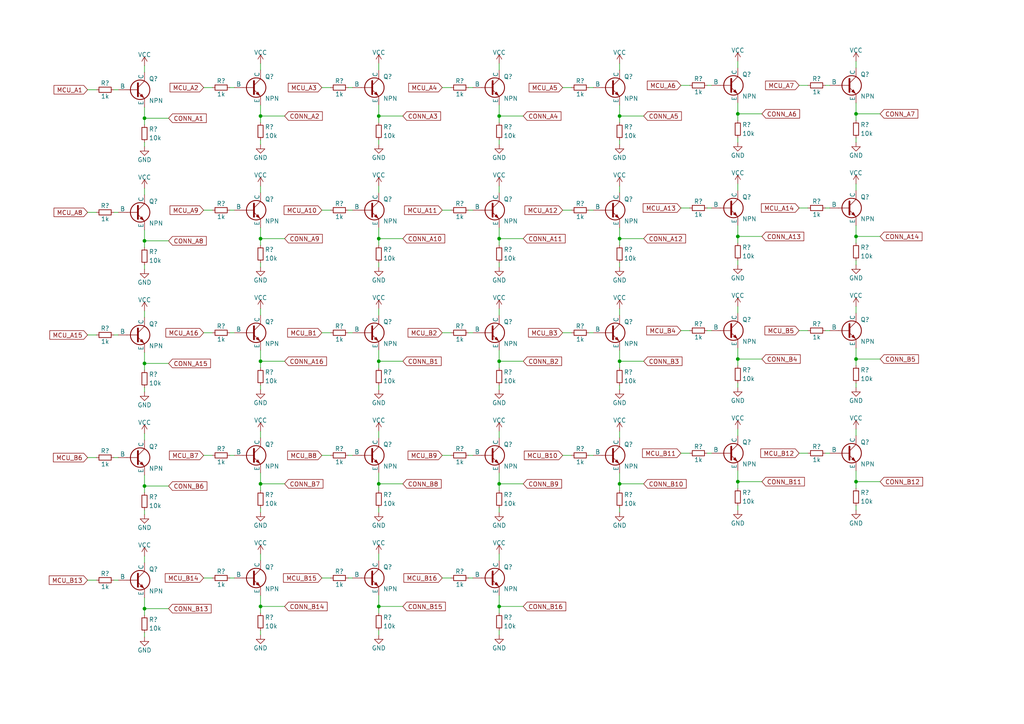
<source format=kicad_sch>
(kicad_sch (version 20230121) (generator eeschema)
  (paper "A4")
  (junction (at 75.565 175.895))
  (junction (at 109.855 140.335))
  (junction (at 248.285 139.7))
  (junction (at 248.285 68.58))
  (junction (at 248.285 33.02))
  (junction (at 144.78 140.335))
  (junction (at 213.995 33.02))
  (junction (at 144.78 33.655))
  (junction (at 41.91 69.85))
  (junction (at 144.78 69.215))
  (junction (at 179.705 104.775))
  (junction (at 41.91 176.53))
  (junction (at 179.705 140.335))
  (junction (at 41.91 34.29))
  (junction (at 75.565 140.335))
  (junction (at 41.91 140.97))
  (junction (at 109.855 104.775))
  (junction (at 75.565 104.775))
  (junction (at 109.855 33.655))
  (junction (at 109.855 69.215))
  (junction (at 213.995 68.58))
  (junction (at 213.995 139.7))
  (junction (at 75.565 33.655))
  (junction (at 179.705 69.215))
  (junction (at 75.565 69.215))
  (junction (at 248.285 104.14))
  (junction (at 144.78 104.775))
  (junction (at 213.995 104.14))
  (junction (at 144.78 175.895))
  (junction (at 179.705 33.655))
  (junction (at 41.91 105.41))
  (junction (at 109.855 175.895))
  (wire (pts (xy 100.965 167.64) (xy 102.235 167.64)))
  (wire (pts (xy 75.565 175.895) (xy 75.565 177.8)))
  (wire (pts (xy 41.91 176.53) (xy 41.91 178.435)))
  (wire (pts (xy 41.91 41.275) (xy 41.91 42.545)))
  (wire (pts (xy 41.91 112.395) (xy 41.91 113.665)))
  (wire (pts (xy 248.285 136.525) (xy 248.285 139.7)))
  (wire (pts (xy 128.27 132.08) (xy 130.81 132.08)))
  (wire (pts (xy 248.285 65.405) (xy 248.285 68.58)))
  (wire (pts (xy 75.565 53.975) (xy 75.565 55.88)))
  (wire (pts (xy 59.055 96.52) (xy 61.595 96.52)))
  (wire (pts (xy 170.815 60.96) (xy 172.085 60.96)))
  (wire (pts (xy 75.565 147.32) (xy 75.565 148.59)))
  (wire (pts (xy 109.855 140.335) (xy 116.84 140.335)))
  (wire (pts (xy 128.27 96.52) (xy 130.81 96.52)))
  (wire (pts (xy 41.91 140.97) (xy 41.91 142.875)))
  (wire (pts (xy 197.485 60.325) (xy 200.025 60.325)))
  (wire (pts (xy 213.995 100.965) (xy 213.995 104.14)))
  (wire (pts (xy 66.675 96.52) (xy 67.945 96.52)))
  (wire (pts (xy 144.78 33.655) (xy 151.765 33.655)))
  (wire (pts (xy 248.285 139.7) (xy 248.285 141.605)))
  (wire (pts (xy 75.565 160.655) (xy 75.565 162.56)))
  (wire (pts (xy 109.855 125.095) (xy 109.855 127)))
  (wire (pts (xy 248.285 88.9) (xy 248.285 90.805)))
  (wire (pts (xy 75.565 30.48) (xy 75.565 33.655)))
  (wire (pts (xy 213.995 88.9) (xy 213.995 90.805)))
  (wire (pts (xy 109.855 33.655) (xy 109.855 35.56)))
  (wire (pts (xy 179.705 30.48) (xy 179.705 33.655)))
  (wire (pts (xy 109.855 33.655) (xy 116.84 33.655)))
  (wire (pts (xy 213.995 33.02) (xy 220.98 33.02)))
  (wire (pts (xy 197.485 24.765) (xy 200.025 24.765)))
  (wire (pts (xy 41.91 69.85) (xy 48.895 69.85)))
  (wire (pts (xy 41.91 161.29) (xy 41.91 163.195)))
  (wire (pts (xy 163.195 60.96) (xy 165.735 60.96)))
  (wire (pts (xy 213.995 111.125) (xy 213.995 112.395)))
  (wire (pts (xy 25.4 26.035) (xy 27.94 26.035)))
  (wire (pts (xy 109.855 40.64) (xy 109.855 41.91)))
  (wire (pts (xy 144.78 104.775) (xy 144.78 106.68)))
  (wire (pts (xy 213.995 65.405) (xy 213.995 68.58)))
  (wire (pts (xy 109.855 172.72) (xy 109.855 175.895)))
  (wire (pts (xy 239.395 60.325) (xy 240.665 60.325)))
  (wire (pts (xy 179.705 33.655) (xy 186.69 33.655)))
  (wire (pts (xy 213.995 139.7) (xy 213.995 141.605)))
  (wire (pts (xy 144.78 182.88) (xy 144.78 184.15)))
  (wire (pts (xy 75.565 40.64) (xy 75.565 41.91)))
  (wire (pts (xy 248.285 104.14) (xy 248.285 106.045)))
  (wire (pts (xy 179.705 76.2) (xy 179.705 77.47)))
  (wire (pts (xy 100.965 96.52) (xy 102.235 96.52)))
  (wire (pts (xy 75.565 69.215) (xy 82.55 69.215)))
  (wire (pts (xy 41.91 90.17) (xy 41.91 92.075)))
  (wire (pts (xy 248.285 100.965) (xy 248.285 104.14)))
  (wire (pts (xy 205.105 131.445) (xy 206.375 131.445)))
  (wire (pts (xy 213.995 104.14) (xy 220.98 104.14)))
  (wire (pts (xy 144.78 66.04) (xy 144.78 69.215)))
  (wire (pts (xy 66.675 60.96) (xy 67.945 60.96)))
  (wire (pts (xy 213.995 136.525) (xy 213.995 139.7)))
  (wire (pts (xy 100.965 132.08) (xy 102.235 132.08)))
  (wire (pts (xy 144.78 172.72) (xy 144.78 175.895)))
  (wire (pts (xy 128.27 167.64) (xy 130.81 167.64)))
  (wire (pts (xy 179.705 69.215) (xy 179.705 71.12)))
  (wire (pts (xy 213.995 68.58) (xy 213.995 70.485)))
  (wire (pts (xy 179.705 66.04) (xy 179.705 69.215)))
  (wire (pts (xy 109.855 104.775) (xy 109.855 106.68)))
  (wire (pts (xy 213.995 139.7) (xy 220.98 139.7)))
  (wire (pts (xy 41.91 102.235) (xy 41.91 105.41)))
  (wire (pts (xy 109.855 18.415) (xy 109.855 20.32)))
  (wire (pts (xy 144.78 111.76) (xy 144.78 113.03)))
  (wire (pts (xy 41.91 105.41) (xy 48.895 105.41)))
  (wire (pts (xy 144.78 33.655) (xy 144.78 35.56)))
  (wire (pts (xy 41.91 19.05) (xy 41.91 20.955)))
  (wire (pts (xy 33.02 26.035) (xy 34.29 26.035)))
  (wire (pts (xy 213.995 146.685) (xy 213.995 147.955)))
  (wire (pts (xy 41.91 31.115) (xy 41.91 34.29)))
  (wire (pts (xy 170.815 96.52) (xy 172.085 96.52)))
  (wire (pts (xy 75.565 140.335) (xy 75.565 142.24)))
  (wire (pts (xy 109.855 182.88) (xy 109.855 184.15)))
  (wire (pts (xy 109.855 89.535) (xy 109.855 91.44)))
  (wire (pts (xy 25.4 132.715) (xy 27.94 132.715)))
  (wire (pts (xy 41.91 147.955) (xy 41.91 149.225)))
  (wire (pts (xy 93.345 60.96) (xy 95.885 60.96)))
  (wire (pts (xy 75.565 33.655) (xy 75.565 35.56)))
  (wire (pts (xy 239.395 24.765) (xy 240.665 24.765)))
  (wire (pts (xy 25.4 61.595) (xy 27.94 61.595)))
  (wire (pts (xy 197.485 95.885) (xy 200.025 95.885)))
  (wire (pts (xy 33.02 97.155) (xy 34.29 97.155)))
  (wire (pts (xy 213.995 68.58) (xy 220.98 68.58)))
  (wire (pts (xy 144.78 147.32) (xy 144.78 148.59)))
  (wire (pts (xy 41.91 173.355) (xy 41.91 176.53)))
  (wire (pts (xy 135.89 25.4) (xy 137.16 25.4)))
  (wire (pts (xy 248.285 146.685) (xy 248.285 147.955)))
  (wire (pts (xy 109.855 137.16) (xy 109.855 140.335)))
  (wire (pts (xy 75.565 69.215) (xy 75.565 71.12)))
  (wire (pts (xy 41.91 34.29) (xy 41.91 36.195)))
  (wire (pts (xy 248.285 111.125) (xy 248.285 112.395)))
  (wire (pts (xy 179.705 147.32) (xy 179.705 148.59)))
  (wire (pts (xy 75.565 66.04) (xy 75.565 69.215)))
  (wire (pts (xy 213.995 124.46) (xy 213.995 126.365)))
  (wire (pts (xy 163.195 132.08) (xy 165.735 132.08)))
  (wire (pts (xy 25.4 168.275) (xy 27.94 168.275)))
  (wire (pts (xy 109.855 140.335) (xy 109.855 142.24)))
  (wire (pts (xy 248.285 68.58) (xy 248.285 70.485)))
  (wire (pts (xy 248.285 29.845) (xy 248.285 33.02)))
  (wire (pts (xy 59.055 167.64) (xy 61.595 167.64)))
  (wire (pts (xy 75.565 89.535) (xy 75.565 91.44)))
  (wire (pts (xy 231.775 131.445) (xy 234.315 131.445)))
  (wire (pts (xy 231.775 95.885) (xy 234.315 95.885)))
  (wire (pts (xy 205.105 60.325) (xy 206.375 60.325)))
  (wire (pts (xy 59.055 132.08) (xy 61.595 132.08)))
  (wire (pts (xy 144.78 69.215) (xy 151.765 69.215)))
  (wire (pts (xy 248.285 139.7) (xy 255.27 139.7)))
  (wire (pts (xy 66.675 167.64) (xy 67.945 167.64)))
  (wire (pts (xy 213.995 53.34) (xy 213.995 55.245)))
  (wire (pts (xy 179.705 101.6) (xy 179.705 104.775)))
  (wire (pts (xy 248.285 33.02) (xy 248.285 34.925)))
  (wire (pts (xy 25.4 97.155) (xy 27.94 97.155)))
  (wire (pts (xy 179.705 104.775) (xy 179.705 106.68)))
  (wire (pts (xy 109.855 76.2) (xy 109.855 77.47)))
  (wire (pts (xy 179.705 33.655) (xy 179.705 35.56)))
  (wire (pts (xy 144.78 175.895) (xy 151.765 175.895)))
  (wire (pts (xy 109.855 30.48) (xy 109.855 33.655)))
  (wire (pts (xy 33.02 132.715) (xy 34.29 132.715)))
  (wire (pts (xy 179.705 69.215) (xy 186.69 69.215)))
  (wire (pts (xy 41.91 140.97) (xy 48.895 140.97)))
  (wire (pts (xy 100.965 25.4) (xy 102.235 25.4)))
  (wire (pts (xy 109.855 147.32) (xy 109.855 148.59)))
  (wire (pts (xy 179.705 137.16) (xy 179.705 140.335)))
  (wire (pts (xy 248.285 124.46) (xy 248.285 126.365)))
  (wire (pts (xy 179.705 140.335) (xy 179.705 142.24)))
  (wire (pts (xy 75.565 33.655) (xy 82.55 33.655)))
  (wire (pts (xy 33.02 61.595) (xy 34.29 61.595)))
  (wire (pts (xy 75.565 101.6) (xy 75.565 104.775)))
  (wire (pts (xy 66.675 132.08) (xy 67.945 132.08)))
  (wire (pts (xy 93.345 96.52) (xy 95.885 96.52)))
  (wire (pts (xy 93.345 167.64) (xy 95.885 167.64)))
  (wire (pts (xy 109.855 53.975) (xy 109.855 55.88)))
  (wire (pts (xy 248.285 17.78) (xy 248.285 19.685)))
  (wire (pts (xy 144.78 76.2) (xy 144.78 77.47)))
  (wire (pts (xy 109.855 69.215) (xy 109.855 71.12)))
  (wire (pts (xy 41.91 105.41) (xy 41.91 107.315)))
  (wire (pts (xy 144.78 30.48) (xy 144.78 33.655)))
  (wire (pts (xy 239.395 131.445) (xy 240.665 131.445)))
  (wire (pts (xy 75.565 104.775) (xy 82.55 104.775)))
  (wire (pts (xy 109.855 160.655) (xy 109.855 162.56)))
  (wire (pts (xy 144.78 69.215) (xy 144.78 71.12)))
  (wire (pts (xy 205.105 95.885) (xy 206.375 95.885)))
  (wire (pts (xy 144.78 160.655) (xy 144.78 162.56)))
  (wire (pts (xy 239.395 95.885) (xy 240.665 95.885)))
  (wire (pts (xy 231.775 24.765) (xy 234.315 24.765)))
  (wire (pts (xy 75.565 137.16) (xy 75.565 140.335)))
  (wire (pts (xy 75.565 76.2) (xy 75.565 77.47)))
  (wire (pts (xy 163.195 96.52) (xy 165.735 96.52)))
  (wire (pts (xy 144.78 140.335) (xy 144.78 142.24)))
  (wire (pts (xy 179.705 18.415) (xy 179.705 20.32)))
  (wire (pts (xy 109.855 66.04) (xy 109.855 69.215)))
  (wire (pts (xy 59.055 25.4) (xy 61.595 25.4)))
  (wire (pts (xy 163.195 25.4) (xy 165.735 25.4)))
  (wire (pts (xy 41.91 183.515) (xy 41.91 184.785)))
  (wire (pts (xy 41.91 66.675) (xy 41.91 69.85)))
  (wire (pts (xy 66.675 25.4) (xy 67.945 25.4)))
  (wire (pts (xy 109.855 104.775) (xy 116.84 104.775)))
  (wire (pts (xy 205.105 24.765) (xy 206.375 24.765)))
  (wire (pts (xy 144.78 140.335) (xy 151.765 140.335)))
  (wire (pts (xy 179.705 89.535) (xy 179.705 91.44)))
  (wire (pts (xy 75.565 140.335) (xy 82.55 140.335)))
  (wire (pts (xy 41.91 69.85) (xy 41.91 71.755)))
  (wire (pts (xy 144.78 40.64) (xy 144.78 41.91)))
  (wire (pts (xy 179.705 125.095) (xy 179.705 127)))
  (wire (pts (xy 144.78 89.535) (xy 144.78 91.44)))
  (wire (pts (xy 213.995 75.565) (xy 213.995 76.835)))
  (wire (pts (xy 248.285 53.34) (xy 248.285 55.245)))
  (wire (pts (xy 179.705 40.64) (xy 179.705 41.91)))
  (wire (pts (xy 248.285 33.02) (xy 255.27 33.02)))
  (wire (pts (xy 144.78 125.095) (xy 144.78 127)))
  (wire (pts (xy 248.285 68.58) (xy 255.27 68.58)))
  (wire (pts (xy 41.91 76.835) (xy 41.91 78.105)))
  (wire (pts (xy 231.775 60.325) (xy 234.315 60.325)))
  (wire (pts (xy 213.995 33.02) (xy 213.995 34.925)))
  (wire (pts (xy 109.855 175.895) (xy 109.855 177.8)))
  (wire (pts (xy 197.485 131.445) (xy 200.025 131.445)))
  (wire (pts (xy 248.285 40.005) (xy 248.285 41.275)))
  (wire (pts (xy 144.78 104.775) (xy 151.765 104.775)))
  (wire (pts (xy 109.855 175.895) (xy 116.84 175.895)))
  (wire (pts (xy 179.705 104.775) (xy 186.69 104.775)))
  (wire (pts (xy 248.285 75.565) (xy 248.285 76.835)))
  (wire (pts (xy 128.27 60.96) (xy 130.81 60.96)))
  (wire (pts (xy 144.78 18.415) (xy 144.78 20.32)))
  (wire (pts (xy 75.565 104.775) (xy 75.565 106.68)))
  (wire (pts (xy 41.91 34.29) (xy 48.895 34.29)))
  (wire (pts (xy 75.565 175.895) (xy 82.55 175.895)))
  (wire (pts (xy 179.705 140.335) (xy 186.69 140.335)))
  (wire (pts (xy 109.855 69.215) (xy 116.84 69.215)))
  (wire (pts (xy 135.89 132.08) (xy 137.16 132.08)))
  (wire (pts (xy 75.565 18.415) (xy 75.565 20.32)))
  (wire (pts (xy 93.345 25.4) (xy 95.885 25.4)))
  (wire (pts (xy 59.055 60.96) (xy 61.595 60.96)))
  (wire (pts (xy 248.285 104.14) (xy 255.27 104.14)))
  (wire (pts (xy 41.91 176.53) (xy 48.895 176.53)))
  (wire (pts (xy 144.78 53.975) (xy 144.78 55.88)))
  (wire (pts (xy 213.995 40.005) (xy 213.995 41.275)))
  (wire (pts (xy 75.565 125.095) (xy 75.565 127)))
  (wire (pts (xy 144.78 137.16) (xy 144.78 140.335)))
  (wire (pts (xy 135.89 96.52) (xy 137.16 96.52)))
  (wire (pts (xy 41.91 54.61) (xy 41.91 56.515)))
  (wire (pts (xy 93.345 132.08) (xy 95.885 132.08)))
  (wire (pts (xy 179.705 111.76) (xy 179.705 113.03)))
  (wire (pts (xy 109.855 111.76) (xy 109.855 113.03)))
  (wire (pts (xy 75.565 172.72) (xy 75.565 175.895)))
  (wire (pts (xy 213.995 104.14) (xy 213.995 106.045)))
  (wire (pts (xy 213.995 29.845) (xy 213.995 33.02)))
  (wire (pts (xy 213.995 17.78) (xy 213.995 19.685)))
  (wire (pts (xy 135.89 167.64) (xy 137.16 167.64)))
  (wire (pts (xy 100.965 60.96) (xy 102.235 60.96)))
  (wire (pts (xy 75.565 182.88) (xy 75.565 184.15)))
  (wire (pts (xy 144.78 101.6) (xy 144.78 104.775)))
  (wire (pts (xy 170.815 25.4) (xy 172.085 25.4)))
  (wire (pts (xy 109.855 101.6) (xy 109.855 104.775)))
  (wire (pts (xy 144.78 175.895) (xy 144.78 177.8)))
  (wire (pts (xy 33.02 168.275) (xy 34.29 168.275)))
  (wire (pts (xy 128.27 25.4) (xy 130.81 25.4)))
  (wire (pts (xy 170.815 132.08) (xy 172.085 132.08)))
  (wire (pts (xy 41.91 137.795) (xy 41.91 140.97)))
  (wire (pts (xy 135.89 60.96) (xy 137.16 60.96)))
  (wire (pts (xy 41.91 125.73) (xy 41.91 127.635)))
  (wire (pts (xy 75.565 111.76) (xy 75.565 113.03)))
  (wire (pts (xy 179.705 53.975) (xy 179.705 55.88)))
  (global_label "MCU_A14" (shape input) (at 231.775 60.325 180) (property "Intersheetrefs" "${INTERSHEET_REFS}" (effects hide)))
  (global_label "CONN_B12" (shape input) (at 255.27 139.7 0) (property "Intersheetrefs" "${INTERSHEET_REFS}" (effects hide)))
  (global_label "CONN_B13" (shape input) (at 48.895 176.53 0) (property "Intersheetrefs" "${INTERSHEET_REFS}" (effects hide)))
  (global_label "CONN_B8" (shape input) (at 116.84 140.335 0) (property "Intersheetrefs" "${INTERSHEET_REFS}" (effects hide)))
  (global_label "MCU_B15" (shape input) (at 93.345 167.64 180) (property "Intersheetrefs" "${INTERSHEET_REFS}" (effects hide)))
  (global_label "CONN_B15" (shape input) (at 116.84 175.895 0) (property "Intersheetrefs" "${INTERSHEET_REFS}" (effects hide)))
  (global_label "MCU_B13" (shape input) (at 25.4 168.275 180) (property "Intersheetrefs" "${INTERSHEET_REFS}" (effects hide)))
  (global_label "CONN_A15" (shape input) (at 48.895 105.41 0) (property "Intersheetrefs" "${INTERSHEET_REFS}" (effects hide)))
  (global_label "MCU_A1" (shape input) (at 25.4 26.035 180) (property "Intersheetrefs" "${INTERSHEET_REFS}" (effects hide)))
  (global_label "CONN_A10" (shape input) (at 116.84 69.215 0) (property "Intersheetrefs" "${INTERSHEET_REFS}" (effects hide)))
  (global_label "CONN_A13" (shape input) (at 220.98 68.58 0) (property "Intersheetrefs" "${INTERSHEET_REFS}" (effects hide)))
  (global_label "CONN_A4" (shape input) (at 151.765 33.655 0) (property "Intersheetrefs" "${INTERSHEET_REFS}" (effects hide)))
  (global_label "MCU_B16" (shape input) (at 128.27 167.64 180) (property "Intersheetrefs" "${INTERSHEET_REFS}" (effects hide)))
  (global_label "MCU_B12" (shape input) (at 231.775 131.445 180) (property "Intersheetrefs" "${INTERSHEET_REFS}" (effects hide)))
  (global_label "CONN_A12" (shape input) (at 186.69 69.215 0) (property "Intersheetrefs" "${INTERSHEET_REFS}" (effects hide)))
  (global_label "MCU_A7" (shape input) (at 231.775 24.765 180) (property "Intersheetrefs" "${INTERSHEET_REFS}" (effects hide)))
  (global_label "MCU_B7" (shape input) (at 59.055 132.08 180) (property "Intersheetrefs" "${INTERSHEET_REFS}" (effects hide)))
  (global_label "MCU_A8" (shape input) (at 25.4 61.595 180) (property "Intersheetrefs" "${INTERSHEET_REFS}" (effects hide)))
  (global_label "MCU_A11" (shape input) (at 128.27 60.96 180) (property "Intersheetrefs" "${INTERSHEET_REFS}" (effects hide)))
  (global_label "CONN_A5" (shape input) (at 186.69 33.655 0) (property "Intersheetrefs" "${INTERSHEET_REFS}" (effects hide)))
  (global_label "MCU_B4" (shape input) (at 197.485 95.885 180) (property "Intersheetrefs" "${INTERSHEET_REFS}" (effects hide)))
  (global_label "MCU_B1" (shape input) (at 93.345 96.52 180) (property "Intersheetrefs" "${INTERSHEET_REFS}" (effects hide)))
  (global_label "MCU_A10" (shape input) (at 93.345 60.96 180) (property "Intersheetrefs" "${INTERSHEET_REFS}" (effects hide)))
  (global_label "CONN_A3" (shape input) (at 116.84 33.655 0) (property "Intersheetrefs" "${INTERSHEET_REFS}" (effects hide)))
  (global_label "MCU_A15" (shape input) (at 25.4 97.155 180) (property "Intersheetrefs" "${INTERSHEET_REFS}" (effects hide)))
  (global_label "MCU_A16" (shape input) (at 59.055 96.52 180) (property "Intersheetrefs" "${INTERSHEET_REFS}" (effects hide)))
  (global_label "CONN_B14" (shape input) (at 82.55 175.895 0) (property "Intersheetrefs" "${INTERSHEET_REFS}" (effects hide)))
  (global_label "MCU_B10" (shape input) (at 163.195 132.08 180) (property "Intersheetrefs" "${INTERSHEET_REFS}" (effects hide)))
  (global_label "CONN_A14" (shape input) (at 255.27 68.58 0) (property "Intersheetrefs" "${INTERSHEET_REFS}" (effects hide)))
  (global_label "CONN_B4" (shape input) (at 220.98 104.14 0) (property "Intersheetrefs" "${INTERSHEET_REFS}" (effects hide)))
  (global_label "CONN_B1" (shape input) (at 116.84 104.775 0) (property "Intersheetrefs" "${INTERSHEET_REFS}" (effects hide)))
  (global_label "MCU_A2" (shape input) (at 59.055 25.4 180) (property "Intersheetrefs" "${INTERSHEET_REFS}" (effects hide)))
  (global_label "MCU_B3" (shape input) (at 163.195 96.52 180) (property "Intersheetrefs" "${INTERSHEET_REFS}" (effects hide)))
  (global_label "MCU_B2" (shape input) (at 128.27 96.52 180) (property "Intersheetrefs" "${INTERSHEET_REFS}" (effects hide)))
  (global_label "CONN_B9" (shape input) (at 151.765 140.335 0) (property "Intersheetrefs" "${INTERSHEET_REFS}" (effects hide)))
  (global_label "CONN_B5" (shape input) (at 255.27 104.14 0) (property "Intersheetrefs" "${INTERSHEET_REFS}" (effects hide)))
  (global_label "MCU_A9" (shape input) (at 59.055 60.96 180) (property "Intersheetrefs" "${INTERSHEET_REFS}" (effects hide)))
  (global_label "CONN_B7" (shape input) (at 82.55 140.335 0) (property "Intersheetrefs" "${INTERSHEET_REFS}" (effects hide)))
  (global_label "CONN_B16" (shape input) (at 151.765 175.895 0) (property "Intersheetrefs" "${INTERSHEET_REFS}" (effects hide)))
  (global_label "MCU_A13" (shape input) (at 197.485 60.325 180) (property "Intersheetrefs" "${INTERSHEET_REFS}" (effects hide)))
  (global_label "MCU_B5" (shape input) (at 231.775 95.885 180) (property "Intersheetrefs" "${INTERSHEET_REFS}" (effects hide)))
  (global_label "MCU_A3" (shape input) (at 93.345 25.4 180) (property "Intersheetrefs" "${INTERSHEET_REFS}" (effects hide)))
  (global_label "CONN_A9" (shape input) (at 82.55 69.215 0) (property "Intersheetrefs" "${INTERSHEET_REFS}" (effects hide)))
  (global_label "MCU_B8" (shape input) (at 93.345 132.08 180) (property "Intersheetrefs" "${INTERSHEET_REFS}" (effects hide)))
  (global_label "CONN_B3" (shape input) (at 186.69 104.775 0) (property "Intersheetrefs" "${INTERSHEET_REFS}" (effects hide)))
  (global_label "CONN_B11" (shape input) (at 220.98 139.7 0) (property "Intersheetrefs" "${INTERSHEET_REFS}" (effects hide)))
  (global_label "CONN_A2" (shape input) (at 82.55 33.655 0) (property "Intersheetrefs" "${INTERSHEET_REFS}" (effects hide)))
  (global_label "MCU_A6" (shape input) (at 197.485 24.765 180) (property "Intersheetrefs" "${INTERSHEET_REFS}" (effects hide)))
  (global_label "CONN_A1" (shape input) (at 48.895 34.29 0) (property "Intersheetrefs" "${INTERSHEET_REFS}" (effects hide)))
  (global_label "CONN_B2" (shape input) (at 151.765 104.775 0) (property "Intersheetrefs" "${INTERSHEET_REFS}" (effects hide)))
  (global_label "MCU_B6" (shape input) (at 25.4 132.715 180) (property "Intersheetrefs" "${INTERSHEET_REFS}" (effects hide)))
  (global_label "CONN_A8" (shape input) (at 48.895 69.85 0) (property "Intersheetrefs" "${INTERSHEET_REFS}" (effects hide)))
  (global_label "CONN_A11" (shape input) (at 151.765 69.215 0) (property "Intersheetrefs" "${INTERSHEET_REFS}" (effects hide)))
  (global_label "MCU_B11" (shape input) (at 197.485 131.445 180) (property "Intersheetrefs" "${INTERSHEET_REFS}" (effects hide)))
  (global_label "CONN_B10" (shape input) (at 186.69 140.335 0) (property "Intersheetrefs" "${INTERSHEET_REFS}" (effects hide)))
  (global_label "MCU_A12" (shape input) (at 163.195 60.96 180) (property "Intersheetrefs" "${INTERSHEET_REFS}" (effects hide)))
  (global_label "MCU_A5" (shape input) (at 163.195 25.4 180) (property "Intersheetrefs" "${INTERSHEET_REFS}" (effects hide)))
  (global_label "MCU_B14" (shape input) (at 59.055 167.64 180) (property "Intersheetrefs" "${INTERSHEET_REFS}" (effects hide)))
  (global_label "CONN_A16" (shape input) (at 82.55 104.775 0) (property "Intersheetrefs" "${INTERSHEET_REFS}" (effects hide)))
  (global_label "MCU_B9" (shape input) (at 128.27 132.08 180) (property "Intersheetrefs" "${INTERSHEET_REFS}" (effects hide)))
  (global_label "MCU_A4" (shape input) (at 128.27 25.4 180) (property "Intersheetrefs" "${INTERSHEET_REFS}" (effects hide)))
  (global_label "CONN_A6" (shape input) (at 220.98 33.02 0) (property "Intersheetrefs" "${INTERSHEET_REFS}" (effects hide)))
  (global_label "CONN_B6" (shape input) (at 48.895 140.97 0) (property "Intersheetrefs" "${INTERSHEET_REFS}" (effects hide)))
  (global_label "CONN_A7" (shape input) (at 255.27 33.02 0) (property "Intersheetrefs" "${INTERSHEET_REFS}" (effects hide)))
  (symbol (lib_id "Device:R_Small") (at 98.425 132.08 90) (unit 1)
    (property "Reference" "R?" (at 98.425 130.175 90))
    (property "Value" "1k" (at 98.425 133.985 90))
    (property "Footprint" "Resistor_SMD:R_1206_3216Metric" (effects hide))
    (property "LCSC" "C102268" (effects hide))
    (instances (project "programmer" (path "" (reference "R?") (unit 1)) (path "" (reference "R35") (unit 1))))
  )
  (symbol (lib_id "power:VCC") (at 41.91 54.61 0) (unit 1)
    (property "Reference" "#PWR027" (effects hide))
    (property "Value" "VCC" (at 41.91 51.435 0))
    (instances (project "programmer" (path "" (reference "#PWR027") (unit 1)) (path "" (reference "#PWR036") (unit 1))))
  )
  (symbol (lib_id "Device:R_Small") (at 109.855 109.22 180) (unit 1)
    (property "Reference" "R?" (at 111.125 107.95 0) (effects (justify right)))
    (property "Value" "10k" (at 111.125 110.49 0) (effects (justify right)))
    (property "Footprint" "Resistor_SMD:R_0603_1608Metric" (effects hide))
    (property "LCSC" "C190610" (effects hide))
    (instances (project "programmer" (path "" (reference "R?") (unit 1)) (path "" (reference "R39") (unit 1))))
  )
  (symbol (lib_id "power:VCC") (at 248.285 124.46 0) (unit 1)
    (property "Reference" "#PWR027" (effects hide))
    (property "Value" "VCC" (at 248.285 121.285 0))
    (instances (project "programmer" (path "" (reference "#PWR027") (unit 1)) (path "" (reference "#PWR096") (unit 1))))
  )
  (symbol (lib_id "Device:R_Small") (at 168.275 96.52 90) (unit 1)
    (property "Reference" "R?" (at 168.275 94.615 90))
    (property "Value" "1k" (at 168.275 98.425 90))
    (property "Footprint" "Resistor_SMD:R_1206_3216Metric" (effects hide))
    (property "LCSC" "C102268" (effects hide))
    (instances (project "programmer" (path "" (reference "R?") (unit 1)) (path "" (reference "R54") (unit 1))))
  )
  (symbol (lib_id "Simulation_SPICE:NPN") (at 39.37 26.035 0) (unit 1)
    (property "Reference" "Q?" (at 43.18 22.86 0) (effects (justify left)))
    (property "Value" "NPN" (at 43.18 29.21 0) (effects (justify left)))
    (property "Footprint" "Package_TO_SOT_SMD:SOT-23" (effects hide))
    (property "Sim.Device" "NPN" (effects hide))
    (property "Sim.Type" "GUMMELPOON" (effects hide))
    (property "Sim.Pins" "1=C 2=B 3=E" (effects hide))
    (property "LCSC" "C78715" (effects hide))
    (instances (project "programmer" (path "" (reference "Q?") (unit 1)) (path "" (reference "Q1") (unit 1))))
  )
  (symbol (lib_id "Simulation_SPICE:NPN") (at 39.37 97.155 0) (unit 1)
    (property "Reference" "Q?" (at 43.18 93.98 0) (effects (justify left)))
    (property "Value" "NPN" (at 43.18 100.33 0) (effects (justify left)))
    (property "Footprint" "Package_TO_SOT_SMD:SOT-23" (effects hide))
    (property "Sim.Device" "NPN" (effects hide))
    (property "Sim.Type" "GUMMELPOON" (effects hide))
    (property "Sim.Pins" "1=C 2=B 3=E" (effects hide))
    (property "LCSC" "C78715" (effects hide))
    (instances (project "programmer" (path "" (reference "Q?") (unit 1)) (path "" (reference "Q3") (unit 1))))
  )
  (symbol (lib_id "Device:R_Small") (at 202.565 60.325 90) (unit 1)
    (property "Reference" "R?" (at 202.565 58.42 90))
    (property "Value" "1k" (at 202.565 62.23 90))
    (property "Footprint" "Resistor_SMD:R_1206_3216Metric" (effects hide))
    (property "LCSC" "C102268" (effects hide))
    (instances (project "programmer" (path "" (reference "R?") (unit 1)) (path "" (reference "R61") (unit 1))))
  )
  (symbol (lib_id "power:VCC") (at 109.855 125.095 0) (unit 1)
    (property "Reference" "#PWR027" (effects hide))
    (property "Value" "VCC" (at 109.855 121.92 0))
    (instances (project "programmer" (path "" (reference "#PWR027") (unit 1)) (path "" (reference "#PWR060") (unit 1))))
  )
  (symbol (lib_id "power:VCC") (at 41.91 90.17 0) (unit 1)
    (property "Reference" "#PWR027" (effects hide))
    (property "Value" "VCC" (at 41.91 86.995 0))
    (instances (project "programmer" (path "" (reference "#PWR027") (unit 1)) (path "" (reference "#PWR038") (unit 1))))
  )
  (symbol (lib_id "power:GND") (at 179.705 77.47 0) (unit 1)
    (property "Reference" "#PWR010" (effects hide))
    (property "Value" "GND" (at 179.705 81.28 0))
    (instances (project "programmer" (path "" (reference "#PWR010") (unit 1)) (path "" (reference "#PWR077") (unit 1))))
  )
  (symbol (lib_id "Device:R_Small") (at 236.855 131.445 90) (unit 1)
    (property "Reference" "R?" (at 236.855 129.54 90))
    (property "Value" "1k" (at 236.855 133.35 90))
    (property "Footprint" "Resistor_SMD:R_1206_3216Metric" (effects hide))
    (property "LCSC" "C102268" (effects hide))
    (instances (project "programmer" (path "" (reference "R?") (unit 1)) (path "" (reference "R71") (unit 1))))
  )
  (symbol (lib_id "Device:R_Small") (at 75.565 180.34 180) (unit 1)
    (property "Reference" "R?" (at 76.835 179.07 0) (effects (justify right)))
    (property "Value" "10k" (at 76.835 181.61 0) (effects (justify right)))
    (property "Footprint" "Resistor_SMD:R_0603_1608Metric" (effects hide))
    (property "LCSC" "C190610" (effects hide))
    (instances (project "programmer" (path "" (reference "R?") (unit 1)) (path "" (reference "R31") (unit 1))))
  )
  (symbol (lib_id "power:VCC") (at 179.705 53.975 0) (unit 1)
    (property "Reference" "#PWR027" (effects hide))
    (property "Value" "VCC" (at 179.705 50.8 0))
    (instances (project "programmer" (path "" (reference "#PWR027") (unit 1)) (path "" (reference "#PWR076") (unit 1))))
  )
  (symbol (lib_id "power:VCC") (at 213.995 17.78 0) (unit 1)
    (property "Reference" "#PWR027" (effects hide))
    (property "Value" "VCC" (at 213.995 14.605 0))
    (instances (project "programmer" (path "" (reference "#PWR027") (unit 1)) (path "" (reference "#PWR082") (unit 1))))
  )
  (symbol (lib_id "power:GND") (at 213.995 147.955 0) (unit 1)
    (property "Reference" "#PWR010" (effects hide))
    (property "Value" "GND" (at 213.995 151.765 0))
    (instances (project "programmer" (path "" (reference "#PWR010") (unit 1)) (path "" (reference "#PWR089") (unit 1))))
  )
  (symbol (lib_id "Device:R_Small") (at 179.705 109.22 180) (unit 1)
    (property "Reference" "R?" (at 180.975 107.95 0) (effects (justify right)))
    (property "Value" "10k" (at 180.975 110.49 0) (effects (justify right)))
    (property "Footprint" "Resistor_SMD:R_0603_1608Metric" (effects hide))
    (property "LCSC" "C190610" (effects hide))
    (instances (project "programmer" (path "" (reference "R?") (unit 1)) (path "" (reference "R58") (unit 1))))
  )
  (symbol (lib_id "Simulation_SPICE:NPN") (at 211.455 60.325 0) (unit 1)
    (property "Reference" "Q?" (at 215.265 57.15 0) (effects (justify left)))
    (property "Value" "NPN" (at 215.265 63.5 0) (effects (justify left)))
    (property "Footprint" "Package_TO_SOT_SMD:SOT-23" (effects hide))
    (property "Sim.Device" "NPN" (effects hide))
    (property "Sim.Type" "GUMMELPOON" (effects hide))
    (property "Sim.Pins" "1=C 2=B 3=E" (effects hide))
    (property "LCSC" "C78715" (effects hide))
    (instances (project "programmer" (path "" (reference "Q?") (unit 1)) (path "" (reference "Q26") (unit 1))))
  )
  (symbol (lib_id "Simulation_SPICE:NPN") (at 245.745 24.765 0) (unit 1)
    (property "Reference" "Q?" (at 249.555 21.59 0) (effects (justify left)))
    (property "Value" "NPN" (at 249.555 27.94 0) (effects (justify left)))
    (property "Footprint" "Package_TO_SOT_SMD:SOT-23" (effects hide))
    (property "Sim.Device" "NPN" (effects hide))
    (property "Sim.Type" "GUMMELPOON" (effects hide))
    (property "Sim.Pins" "1=C 2=B 3=E" (effects hide))
    (property "LCSC" "C78715" (effects hide))
    (instances (project "programmer" (path "" (reference "Q?") (unit 1)) (path "" (reference "Q29") (unit 1))))
  )
  (symbol (lib_id "Device:R_Small") (at 64.135 132.08 90) (unit 1)
    (property "Reference" "R?" (at 64.135 130.175 90))
    (property "Value" "1k" (at 64.135 133.985 90))
    (property "Footprint" "Resistor_SMD:R_1206_3216Metric" (effects hide))
    (property "LCSC" "C102268" (effects hide))
    (instances (project "programmer" (path "" (reference "R?") (unit 1)) (path "" (reference "R25") (unit 1))))
  )
  (symbol (lib_id "power:GND") (at 109.855 113.03 0) (unit 1)
    (property "Reference" "#PWR010" (effects hide))
    (property "Value" "GND" (at 109.855 116.84 0))
    (instances (project "programmer" (path "" (reference "#PWR010") (unit 1)) (path "" (reference "#PWR059") (unit 1))))
  )
  (symbol (lib_id "power:VCC") (at 109.855 89.535 0) (unit 1)
    (property "Reference" "#PWR027" (effects hide))
    (property "Value" "VCC" (at 109.855 86.36 0))
    (instances (project "programmer" (path "" (reference "#PWR027") (unit 1)) (path "" (reference "#PWR058") (unit 1))))
  )
  (symbol (lib_id "power:GND") (at 41.91 42.545 0) (unit 1)
    (property "Reference" "#PWR010" (effects hide))
    (property "Value" "GND" (at 41.91 46.355 0))
    (instances (project "programmer" (path "" (reference "#PWR010") (unit 1)) (path "" (reference "#PWR035") (unit 1))))
  )
  (symbol (lib_id "power:GND") (at 75.565 41.91 0) (unit 1)
    (property "Reference" "#PWR010" (effects hide))
    (property "Value" "GND" (at 75.565 45.72 0))
    (instances (project "programmer" (path "" (reference "#PWR010") (unit 1)) (path "" (reference "#PWR045") (unit 1))))
  )
  (symbol (lib_id "Simulation_SPICE:NPN") (at 177.165 132.08 0) (unit 1)
    (property "Reference" "Q?" (at 180.975 128.905 0) (effects (justify left)))
    (property "Value" "NPN" (at 180.975 135.255 0) (effects (justify left)))
    (property "Footprint" "Package_TO_SOT_SMD:SOT-23" (effects hide))
    (property "Sim.Device" "NPN" (effects hide))
    (property "Sim.Type" "GUMMELPOON" (effects hide))
    (property "Sim.Pins" "1=C 2=B 3=E" (effects hide))
    (property "LCSC" "C78715" (effects hide))
    (instances (project "programmer" (path "" (reference "Q?") (unit 1)) (path "" (reference "Q24") (unit 1))))
  )
  (symbol (lib_id "power:VCC") (at 41.91 125.73 0) (unit 1)
    (property "Reference" "#PWR027" (effects hide))
    (property "Value" "VCC" (at 41.91 122.555 0))
    (instances (project "programmer" (path "" (reference "#PWR027") (unit 1)) (path "" (reference "#PWR040") (unit 1))))
  )
  (symbol (lib_id "power:GND") (at 75.565 113.03 0) (unit 1)
    (property "Reference" "#PWR010" (effects hide))
    (property "Value" "GND" (at 75.565 116.84 0))
    (instances (project "programmer" (path "" (reference "#PWR010") (unit 1)) (path "" (reference "#PWR049") (unit 1))))
  )
  (symbol (lib_id "power:GND") (at 41.91 113.665 0) (unit 1)
    (property "Reference" "#PWR010" (effects hide))
    (property "Value" "GND" (at 41.91 117.475 0))
    (instances (project "programmer" (path "" (reference "#PWR010") (unit 1)) (path "" (reference "#PWR039") (unit 1))))
  )
  (symbol (lib_id "Simulation_SPICE:NPN") (at 107.315 167.64 0) (unit 1)
    (property "Reference" "Q?" (at 111.125 164.465 0) (effects (justify left)))
    (property "Value" "NPN" (at 111.125 170.815 0) (effects (justify left)))
    (property "Footprint" "Package_TO_SOT_SMD:SOT-23" (effects hide))
    (property "Sim.Device" "NPN" (effects hide))
    (property "Sim.Type" "GUMMELPOON" (effects hide))
    (property "Sim.Pins" "1=C 2=B 3=E" (effects hide))
    (property "LCSC" "C78715" (effects hide))
    (instances (project "programmer" (path "" (reference "Q?") (unit 1)) (path "" (reference "Q15") (unit 1))))
  )
  (symbol (lib_id "Device:R_Small") (at 168.275 60.96 90) (unit 1)
    (property "Reference" "R?" (at 168.275 59.055 90))
    (property "Value" "1k" (at 168.275 62.865 90))
    (property "Footprint" "Resistor_SMD:R_1206_3216Metric" (effects hide))
    (property "LCSC" "C102268" (effects hide))
    (instances (project "programmer" (path "" (reference "R?") (unit 1)) (path "" (reference "R53") (unit 1))))
  )
  (symbol (lib_id "Device:R_Small") (at 133.35 167.64 90) (unit 1)
    (property "Reference" "R?" (at 133.35 165.735 90))
    (property "Value" "1k" (at 133.35 169.545 90))
    (property "Footprint" "Resistor_SMD:R_1206_3216Metric" (effects hide))
    (property "LCSC" "C102268" (effects hide))
    (instances (project "programmer" (path "" (reference "R?") (unit 1)) (path "" (reference "R46") (unit 1))))
  )
  (symbol (lib_id "Device:R_Small") (at 109.855 144.78 180) (unit 1)
    (property "Reference" "R?" (at 111.125 143.51 0) (effects (justify right)))
    (property "Value" "10k" (at 111.125 146.05 0) (effects (justify right)))
    (property "Footprint" "Resistor_SMD:R_0603_1608Metric" (effects hide))
    (property "LCSC" "C190610" (effects hide))
    (instances (project "programmer" (path "" (reference "R?") (unit 1)) (path "" (reference "R40") (unit 1))))
  )
  (symbol (lib_id "power:VCC") (at 213.995 88.9 0) (unit 1)
    (property "Reference" "#PWR027" (effects hide))
    (property "Value" "VCC" (at 213.995 85.725 0))
    (instances (project "programmer" (path "" (reference "#PWR027") (unit 1)) (path "" (reference "#PWR086") (unit 1))))
  )
  (symbol (lib_id "Device:R_Small") (at 30.48 168.275 90) (unit 1)
    (property "Reference" "R?" (at 30.48 166.37 90))
    (property "Value" "1k" (at 30.48 170.18 90))
    (property "Footprint" "Resistor_SMD:R_1206_3216Metric" (effects hide))
    (property "LCSC" "C102268" (effects hide))
    (instances (project "programmer" (path "" (reference "R?") (unit 1)) (path "" (reference "R16") (unit 1))))
  )
  (symbol (lib_id "Device:R_Small") (at 202.565 95.885 90) (unit 1)
    (property "Reference" "R?" (at 202.565 93.98 90))
    (property "Value" "1k" (at 202.565 97.79 90))
    (property "Footprint" "Resistor_SMD:R_1206_3216Metric" (effects hide))
    (property "LCSC" "C102268" (effects hide))
    (instances (project "programmer" (path "" (reference "R?") (unit 1)) (path "" (reference "R62") (unit 1))))
  )
  (symbol (lib_id "power:GND") (at 144.78 113.03 0) (unit 1)
    (property "Reference" "#PWR010" (effects hide))
    (property "Value" "GND" (at 144.78 116.84 0))
    (instances (project "programmer" (path "" (reference "#PWR010") (unit 1)) (path "" (reference "#PWR069") (unit 1))))
  )
  (symbol (lib_id "power:VCC") (at 213.995 124.46 0) (unit 1)
    (property "Reference" "#PWR027" (effects hide))
    (property "Value" "VCC" (at 213.995 121.285 0))
    (instances (project "programmer" (path "" (reference "#PWR027") (unit 1)) (path "" (reference "#PWR088") (unit 1))))
  )
  (symbol (lib_id "Simulation_SPICE:NPN") (at 142.24 132.08 0) (unit 1)
    (property "Reference" "Q?" (at 146.05 128.905 0) (effects (justify left)))
    (property "Value" "NPN" (at 146.05 135.255 0) (effects (justify left)))
    (property "Footprint" "Package_TO_SOT_SMD:SOT-23" (effects hide))
    (property "Sim.Device" "NPN" (effects hide))
    (property "Sim.Type" "GUMMELPOON" (effects hide))
    (property "Sim.Pins" "1=C 2=B 3=E" (effects hide))
    (property "LCSC" "C78715" (effects hide))
    (instances (project "programmer" (path "" (reference "Q?") (unit 1)) (path "" (reference "Q19") (unit 1))))
  )
  (symbol (lib_id "power:VCC") (at 109.855 53.975 0) (unit 1)
    (property "Reference" "#PWR027" (effects hide))
    (property "Value" "VCC" (at 109.855 50.8 0))
    (instances (project "programmer" (path "" (reference "#PWR027") (unit 1)) (path "" (reference "#PWR056") (unit 1))))
  )
  (symbol (lib_id "power:VCC") (at 144.78 18.415 0) (unit 1)
    (property "Reference" "#PWR027" (effects hide))
    (property "Value" "VCC" (at 144.78 15.24 0))
    (instances (project "programmer" (path "" (reference "#PWR027") (unit 1)) (path "" (reference "#PWR064") (unit 1))))
  )
  (symbol (lib_id "power:VCC") (at 179.705 125.095 0) (unit 1)
    (property "Reference" "#PWR027" (effects hide))
    (property "Value" "VCC" (at 179.705 121.92 0))
    (instances (project "programmer" (path "" (reference "#PWR027") (unit 1)) (path "" (reference "#PWR080") (unit 1))))
  )
  (symbol (lib_id "Device:R_Small") (at 75.565 38.1 180) (unit 1)
    (property "Reference" "R?" (at 76.835 36.83 0) (effects (justify right)))
    (property "Value" "10k" (at 76.835 39.37 0) (effects (justify right)))
    (property "Footprint" "Resistor_SMD:R_0603_1608Metric" (effects hide))
    (property "LCSC" "C190610" (effects hide))
    (instances (project "programmer" (path "" (reference "R?") (unit 1)) (path "" (reference "R27") (unit 1))))
  )
  (symbol (lib_id "Simulation_SPICE:NPN") (at 73.025 132.08 0) (unit 1)
    (property "Reference" "Q?" (at 76.835 128.905 0) (effects (justify left)))
    (property "Value" "NPN" (at 76.835 135.255 0) (effects (justify left)))
    (property "Footprint" "Package_TO_SOT_SMD:SOT-23" (effects hide))
    (property "Sim.Device" "NPN" (effects hide))
    (property "Sim.Type" "GUMMELPOON" (effects hide))
    (property "Sim.Pins" "1=C 2=B 3=E" (effects hide))
    (property "LCSC" "C78715" (effects hide))
    (instances (project "programmer" (path "" (reference "Q?") (unit 1)) (path "" (reference "Q9") (unit 1))))
  )
  (symbol (lib_id "Device:R_Small") (at 236.855 24.765 90) (unit 1)
    (property "Reference" "R?" (at 236.855 22.86 90))
    (property "Value" "1k" (at 236.855 26.67 90))
    (property "Footprint" "Resistor_SMD:R_1206_3216Metric" (effects hide))
    (property "LCSC" "C102268" (effects hide))
    (instances (project "programmer" (path "" (reference "R?") (unit 1)) (path "" (reference "R68") (unit 1))))
  )
  (symbol (lib_id "Device:R_Small") (at 144.78 73.66 180) (unit 1)
    (property "Reference" "R?" (at 146.05 72.39 0) (effects (justify right)))
    (property "Value" "10k" (at 146.05 74.93 0) (effects (justify right)))
    (property "Footprint" "Resistor_SMD:R_0603_1608Metric" (effects hide))
    (property "LCSC" "C190610" (effects hide))
    (instances (project "programmer" (path "" (reference "R?") (unit 1)) (path "" (reference "R48") (unit 1))))
  )
  (symbol (lib_id "Device:R_Small") (at 213.995 73.025 180) (unit 1)
    (property "Reference" "R?" (at 215.265 71.755 0) (effects (justify right)))
    (property "Value" "10k" (at 215.265 74.295 0) (effects (justify right)))
    (property "Footprint" "Resistor_SMD:R_0603_1608Metric" (effects hide))
    (property "LCSC" "C190610" (effects hide))
    (instances (project "programmer" (path "" (reference "R?") (unit 1)) (path "" (reference "R65") (unit 1))))
  )
  (symbol (lib_id "power:VCC") (at 213.995 53.34 0) (unit 1)
    (property "Reference" "#PWR027" (effects hide))
    (property "Value" "VCC" (at 213.995 50.165 0))
    (instances (project "programmer" (path "" (reference "#PWR027") (unit 1)) (path "" (reference "#PWR084") (unit 1))))
  )
  (symbol (lib_id "power:GND") (at 213.995 112.395 0) (unit 1)
    (property "Reference" "#PWR010" (effects hide))
    (property "Value" "GND" (at 213.995 116.205 0))
    (instances (project "programmer" (path "" (reference "#PWR010") (unit 1)) (path "" (reference "#PWR087") (unit 1))))
  )
  (symbol (lib_id "power:VCC") (at 41.91 161.29 0) (unit 1)
    (property "Reference" "#PWR027" (effects hide))
    (property "Value" "VCC" (at 41.91 158.115 0))
    (instances (project "programmer" (path "" (reference "#PWR027") (unit 1)) (path "" (reference "#PWR042") (unit 1))))
  )
  (symbol (lib_id "power:VCC") (at 248.285 53.34 0) (unit 1)
    (property "Reference" "#PWR027" (effects hide))
    (property "Value" "VCC" (at 248.285 50.165 0))
    (instances (project "programmer" (path "" (reference "#PWR027") (unit 1)) (path "" (reference "#PWR092") (unit 1))))
  )
  (symbol (lib_id "Device:R_Small") (at 64.135 96.52 90) (unit 1)
    (property "Reference" "R?" (at 64.135 94.615 90))
    (property "Value" "1k" (at 64.135 98.425 90))
    (property "Footprint" "Resistor_SMD:R_1206_3216Metric" (effects hide))
    (property "LCSC" "C102268" (effects hide))
    (instances (project "programmer" (path "" (reference "R?") (unit 1)) (path "" (reference "R24") (unit 1))))
  )
  (symbol (lib_id "power:VCC") (at 248.285 88.9 0) (unit 1)
    (property "Reference" "#PWR027" (effects hide))
    (property "Value" "VCC" (at 248.285 85.725 0))
    (instances (project "programmer" (path "" (reference "#PWR027") (unit 1)) (path "" (reference "#PWR094") (unit 1))))
  )
  (symbol (lib_id "power:VCC") (at 144.78 89.535 0) (unit 1)
    (property "Reference" "#PWR027" (effects hide))
    (property "Value" "VCC" (at 144.78 86.36 0))
    (instances (project "programmer" (path "" (reference "#PWR027") (unit 1)) (path "" (reference "#PWR068") (unit 1))))
  )
  (symbol (lib_id "Simulation_SPICE:NPN") (at 142.24 167.64 0) (unit 1)
    (property "Reference" "Q?" (at 146.05 164.465 0) (effects (justify left)))
    (property "Value" "NPN" (at 146.05 170.815 0) (effects (justify left)))
    (property "Footprint" "Package_TO_SOT_SMD:SOT-23" (effects hide))
    (property "Sim.Device" "NPN" (effects hide))
    (property "Sim.Type" "GUMMELPOON" (effects hide))
    (property "Sim.Pins" "1=C 2=B 3=E" (effects hide))
    (property "LCSC" "C78715" (effects hide))
    (instances (project "programmer" (path "" (reference "Q?") (unit 1)) (path "" (reference "Q20") (unit 1))))
  )
  (symbol (lib_id "power:VCC") (at 179.705 18.415 0) (unit 1)
    (property "Reference" "#PWR027" (effects hide))
    (property "Value" "VCC" (at 179.705 15.24 0))
    (instances (project "programmer" (path "" (reference "#PWR027") (unit 1)) (path "" (reference "#PWR074") (unit 1))))
  )
  (symbol (lib_id "power:GND") (at 179.705 113.03 0) (unit 1)
    (property "Reference" "#PWR010" (effects hide))
    (property "Value" "GND" (at 179.705 116.84 0))
    (instances (project "programmer" (path "" (reference "#PWR010") (unit 1)) (path "" (reference "#PWR079") (unit 1))))
  )
  (symbol (lib_id "power:GND") (at 248.285 76.835 0) (unit 1)
    (property "Reference" "#PWR010" (effects hide))
    (property "Value" "GND" (at 248.285 80.645 0))
    (instances (project "programmer" (path "" (reference "#PWR010") (unit 1)) (path "" (reference "#PWR093") (unit 1))))
  )
  (symbol (lib_id "Device:R_Small") (at 64.135 25.4 90) (unit 1)
    (property "Reference" "R?" (at 64.135 23.495 90))
    (property "Value" "1k" (at 64.135 27.305 90))
    (property "Footprint" "Resistor_SMD:R_1206_3216Metric" (effects hide))
    (property "LCSC" "C102268" (effects hide))
    (instances (project "programmer" (path "" (reference "R?") (unit 1)) (path "" (reference "R22") (unit 1))))
  )
  (symbol (lib_id "power:VCC") (at 144.78 125.095 0) (unit 1)
    (property "Reference" "#PWR027" (effects hide))
    (property "Value" "VCC" (at 144.78 121.92 0))
    (instances (project "programmer" (path "" (reference "#PWR027") (unit 1)) (path "" (reference "#PWR070") (unit 1))))
  )
  (symbol (lib_id "Device:R_Small") (at 75.565 109.22 180) (unit 1)
    (property "Reference" "R?" (at 76.835 107.95 0) (effects (justify right)))
    (property "Value" "10k" (at 76.835 110.49 0) (effects (justify right)))
    (property "Footprint" "Resistor_SMD:R_0603_1608Metric" (effects hide))
    (property "LCSC" "C190610" (effects hide))
    (instances (project "programmer" (path "" (reference "R?") (unit 1)) (path "" (reference "R29") (unit 1))))
  )
  (symbol (lib_id "Device:R_Small") (at 202.565 131.445 90) (unit 1)
    (property "Reference" "R?" (at 202.565 129.54 90))
    (property "Value" "1k" (at 202.565 133.35 90))
    (property "Footprint" "Resistor_SMD:R_1206_3216Metric" (effects hide))
    (property "LCSC" "C102268" (effects hide))
    (instances (project "programmer" (path "" (reference "R?") (unit 1)) (path "" (reference "R63") (unit 1))))
  )
  (symbol (lib_id "power:VCC") (at 75.565 53.975 0) (unit 1)
    (property "Reference" "#PWR027" (effects hide))
    (property "Value" "VCC" (at 75.565 50.8 0))
    (instances (project "programmer" (path "" (reference "#PWR027") (unit 1)) (path "" (reference "#PWR046") (unit 1))))
  )
  (symbol (lib_id "Simulation_SPICE:NPN") (at 73.025 167.64 0) (unit 1)
    (property "Reference" "Q?" (at 76.835 164.465 0) (effects (justify left)))
    (property "Value" "NPN" (at 76.835 170.815 0) (effects (justify left)))
    (property "Footprint" "Package_TO_SOT_SMD:SOT-23" (effects hide))
    (property "Sim.Device" "NPN" (effects hide))
    (property "Sim.Type" "GUMMELPOON" (effects hide))
    (property "Sim.Pins" "1=C 2=B 3=E" (effects hide))
    (property "LCSC" "C78715" (effects hide))
    (instances (project "programmer" (path "" (reference "Q?") (unit 1)) (path "" (reference "Q10") (unit 1))))
  )
  (symbol (lib_id "Device:R_Small") (at 236.855 60.325 90) (unit 1)
    (property "Reference" "R?" (at 236.855 58.42 90))
    (property "Value" "1k" (at 236.855 62.23 90))
    (property "Footprint" "Resistor_SMD:R_1206_3216Metric" (effects hide))
    (property "LCSC" "C102268" (effects hide))
    (instances (project "programmer" (path "" (reference "R?") (unit 1)) (path "" (reference "R69") (unit 1))))
  )
  (symbol (lib_id "Device:R_Small") (at 109.855 38.1 180) (unit 1)
    (property "Reference" "R?" (at 111.125 36.83 0) (effects (justify right)))
    (property "Value" "10k" (at 111.125 39.37 0) (effects (justify right)))
    (property "Footprint" "Resistor_SMD:R_0603_1608Metric" (effects hide))
    (property "LCSC" "C190610" (effects hide))
    (instances (project "programmer" (path "" (reference "R?") (unit 1)) (path "" (reference "R37") (unit 1))))
  )
  (symbol (lib_id "power:VCC") (at 75.565 18.415 0) (unit 1)
    (property "Reference" "#PWR027" (effects hide))
    (property "Value" "VCC" (at 75.565 15.24 0))
    (instances (project "programmer" (path "" (reference "#PWR027") (unit 1)) (path "" (reference "#PWR044") (unit 1))))
  )
  (symbol (lib_id "Simulation_SPICE:NPN") (at 142.24 25.4 0) (unit 1)
    (property "Reference" "Q?" (at 146.05 22.225 0) (effects (justify left)))
    (property "Value" "NPN" (at 146.05 28.575 0) (effects (justify left)))
    (property "Footprint" "Package_TO_SOT_SMD:SOT-23" (effects hide))
    (property "Sim.Device" "NPN" (effects hide))
    (property "Sim.Type" "GUMMELPOON" (effects hide))
    (property "Sim.Pins" "1=C 2=B 3=E" (effects hide))
    (property "LCSC" "C78715" (effects hide))
    (instances (project "programmer" (path "" (reference "Q?") (unit 1)) (path "" (reference "Q16") (unit 1))))
  )
  (symbol (lib_id "Device:R_Small") (at 213.995 108.585 180) (unit 1)
    (property "Reference" "R?" (at 215.265 107.315 0) (effects (justify right)))
    (property "Value" "10k" (at 215.265 109.855 0) (effects (justify right)))
    (property "Footprint" "Resistor_SMD:R_0603_1608Metric" (effects hide))
    (property "LCSC" "C190610" (effects hide))
    (instances (project "programmer" (path "" (reference "R?") (unit 1)) (path "" (reference "R66") (unit 1))))
  )
  (symbol (lib_id "Simulation_SPICE:NPN") (at 245.745 95.885 0) (unit 1)
    (property "Reference" "Q?" (at 249.555 92.71 0) (effects (justify left)))
    (property "Value" "NPN" (at 249.555 99.06 0) (effects (justify left)))
    (property "Footprint" "Package_TO_SOT_SMD:SOT-23" (effects hide))
    (property "Sim.Device" "NPN" (effects hide))
    (property "Sim.Type" "GUMMELPOON" (effects hide))
    (property "Sim.Pins" "1=C 2=B 3=E" (effects hide))
    (property "LCSC" "C78715" (effects hide))
    (instances (project "programmer" (path "" (reference "Q?") (unit 1)) (path "" (reference "Q31") (unit 1))))
  )
  (symbol (lib_id "power:GND") (at 213.995 76.835 0) (unit 1)
    (property "Reference" "#PWR010" (effects hide))
    (property "Value" "GND" (at 213.995 80.645 0))
    (instances (project "programmer" (path "" (reference "#PWR010") (unit 1)) (path "" (reference "#PWR085") (unit 1))))
  )
  (symbol (lib_id "Simulation_SPICE:NPN") (at 73.025 96.52 0) (unit 1)
    (property "Reference" "Q?" (at 76.835 93.345 0) (effects (justify left)))
    (property "Value" "NPN" (at 76.835 99.695 0) (effects (justify left)))
    (property "Footprint" "Package_TO_SOT_SMD:SOT-23" (effects hide))
    (property "Sim.Device" "NPN" (effects hide))
    (property "Sim.Type" "GUMMELPOON" (effects hide))
    (property "Sim.Pins" "1=C 2=B 3=E" (effects hide))
    (property "LCSC" "C78715" (effects hide))
    (instances (project "programmer" (path "" (reference "Q?") (unit 1)) (path "" (reference "Q8") (unit 1))))
  )
  (symbol (lib_id "Simulation_SPICE:NPN") (at 211.455 131.445 0) (unit 1)
    (property "Reference" "Q?" (at 215.265 128.27 0) (effects (justify left)))
    (property "Value" "NPN" (at 215.265 134.62 0) (effects (justify left)))
    (property "Footprint" "Package_TO_SOT_SMD:SOT-23" (effects hide))
    (property "Sim.Device" "NPN" (effects hide))
    (property "Sim.Type" "GUMMELPOON" (effects hide))
    (property "Sim.Pins" "1=C 2=B 3=E" (effects hide))
    (property "LCSC" "C78715" (effects hide))
    (instances (project "programmer" (path "" (reference "Q?") (unit 1)) (path "" (reference "Q28") (unit 1))))
  )
  (symbol (lib_id "Device:R_Small") (at 41.91 74.295 180) (unit 1)
    (property "Reference" "R?" (at 43.18 73.025 0) (effects (justify right)))
    (property "Value" "10k" (at 43.18 75.565 0) (effects (justify right)))
    (property "Footprint" "Resistor_SMD:R_0603_1608Metric" (effects hide))
    (property "LCSC" "C190610" (effects hide))
    (instances (project "programmer" (path "" (reference "R?") (unit 1)) (path "" (reference "R18") (unit 1))))
  )
  (symbol (lib_id "power:VCC") (at 41.91 19.05 0) (unit 1)
    (property "Reference" "#PWR027" (effects hide))
    (property "Value" "VCC" (at 41.91 15.875 0))
    (instances (project "programmer" (path "" (reference "#PWR027") (unit 1)) (path "" (reference "#PWR034") (unit 1))))
  )
  (symbol (lib_id "power:VCC") (at 75.565 160.655 0) (unit 1)
    (property "Reference" "#PWR027" (effects hide))
    (property "Value" "VCC" (at 75.565 157.48 0))
    (instances (project "programmer" (path "" (reference "#PWR027") (unit 1)) (path "" (reference "#PWR052") (unit 1))))
  )
  (symbol (lib_id "power:GND") (at 248.285 41.275 0) (unit 1)
    (property "Reference" "#PWR010" (effects hide))
    (property "Value" "GND" (at 248.285 45.085 0))
    (instances (project "programmer" (path "" (reference "#PWR010") (unit 1)) (path "" (reference "#PWR091") (unit 1))))
  )
  (symbol (lib_id "Simulation_SPICE:NPN") (at 142.24 96.52 0) (unit 1)
    (property "Reference" "Q?" (at 146.05 93.345 0) (effects (justify left)))
    (property "Value" "NPN" (at 146.05 99.695 0) (effects (justify left)))
    (property "Footprint" "Package_TO_SOT_SMD:SOT-23" (effects hide))
    (property "Sim.Device" "NPN" (effects hide))
    (property "Sim.Type" "GUMMELPOON" (effects hide))
    (property "Sim.Pins" "1=C 2=B 3=E" (effects hide))
    (property "LCSC" "C78715" (effects hide))
    (instances (project "programmer" (path "" (reference "Q?") (unit 1)) (path "" (reference "Q18") (unit 1))))
  )
  (symbol (lib_id "Device:R_Small") (at 213.995 37.465 180) (unit 1)
    (property "Reference" "R?" (at 215.265 36.195 0) (effects (justify right)))
    (property "Value" "10k" (at 215.265 38.735 0) (effects (justify right)))
    (property "Footprint" "Resistor_SMD:R_0603_1608Metric" (effects hide))
    (property "LCSC" "C190610" (effects hide))
    (instances (project "programmer" (path "" (reference "R?") (unit 1)) (path "" (reference "R64") (unit 1))))
  )
  (symbol (lib_id "Device:R_Small") (at 179.705 73.66 180) (unit 1)
    (property "Reference" "R?" (at 180.975 72.39 0) (effects (justify right)))
    (property "Value" "10k" (at 180.975 74.93 0) (effects (justify right)))
    (property "Footprint" "Resistor_SMD:R_0603_1608Metric" (effects hide))
    (property "LCSC" "C190610" (effects hide))
    (instances (project "programmer" (path "" (reference "R?") (unit 1)) (path "" (reference "R57") (unit 1))))
  )
  (symbol (lib_id "power:VCC") (at 179.705 89.535 0) (unit 1)
    (property "Reference" "#PWR027" (effects hide))
    (property "Value" "VCC" (at 179.705 86.36 0))
    (instances (project "programmer" (path "" (reference "#PWR027") (unit 1)) (path "" (reference "#PWR078") (unit 1))))
  )
  (symbol (lib_id "Simulation_SPICE:NPN") (at 39.37 61.595 0) (unit 1)
    (property "Reference" "Q?" (at 43.18 58.42 0) (effects (justify left)))
    (property "Value" "NPN" (at 43.18 64.77 0) (effects (justify left)))
    (property "Footprint" "Package_TO_SOT_SMD:SOT-23" (effects hide))
    (property "Sim.Device" "NPN" (effects hide))
    (property "Sim.Type" "GUMMELPOON" (effects hide))
    (property "Sim.Pins" "1=C 2=B 3=E" (effects hide))
    (property "LCSC" "C78715" (effects hide))
    (instances (project "programmer" (path "" (reference "Q?") (unit 1)) (path "" (reference "Q2") (unit 1))))
  )
  (symbol (lib_id "power:GND") (at 144.78 41.91 0) (unit 1)
    (property "Reference" "#PWR010" (effects hide))
    (property "Value" "GND" (at 144.78 45.72 0))
    (instances (project "programmer" (path "" (reference "#PWR010") (unit 1)) (path "" (reference "#PWR065") (unit 1))))
  )
  (symbol (lib_id "Device:R_Small") (at 75.565 73.66 180) (unit 1)
    (property "Reference" "R?" (at 76.835 72.39 0) (effects (justify right)))
    (property "Value" "10k" (at 76.835 74.93 0) (effects (justify right)))
    (property "Footprint" "Resistor_SMD:R_0603_1608Metric" (effects hide))
    (property "LCSC" "C190610" (effects hide))
    (instances (project "programmer" (path "" (reference "R?") (unit 1)) (path "" (reference "R28") (unit 1))))
  )
  (symbol (lib_id "Device:R_Small") (at 144.78 180.34 180) (unit 1)
    (property "Reference" "R?" (at 146.05 179.07 0) (effects (justify right)))
    (property "Value" "10k" (at 146.05 181.61 0) (effects (justify right)))
    (property "Footprint" "Resistor_SMD:R_0603_1608Metric" (effects hide))
    (property "LCSC" "C190610" (effects hide))
    (instances (project "programmer" (path "" (reference "R?") (unit 1)) (path "" (reference "R51") (unit 1))))
  )
  (symbol (lib_id "Device:R_Small") (at 30.48 61.595 90) (unit 1)
    (property "Reference" "R?" (at 30.48 59.69 90))
    (property "Value" "1k" (at 30.48 63.5 90))
    (property "Footprint" "Resistor_SMD:R_1206_3216Metric" (effects hide))
    (property "LCSC" "C102268" (effects hide))
    (instances (project "programmer" (path "" (reference "R?") (unit 1)) (path "" (reference "R13") (unit 1))))
  )
  (symbol (lib_id "Simulation_SPICE:NPN") (at 73.025 25.4 0) (unit 1)
    (property "Reference" "Q?" (at 76.835 22.225 0) (effects (justify left)))
    (property "Value" "NPN" (at 76.835 28.575 0) (effects (justify left)))
    (property "Footprint" "Package_TO_SOT_SMD:SOT-23" (effects hide))
    (property "Sim.Device" "NPN" (effects hide))
    (property "Sim.Type" "GUMMELPOON" (effects hide))
    (property "Sim.Pins" "1=C 2=B 3=E" (effects hide))
    (property "LCSC" "C78715" (effects hide))
    (instances (project "programmer" (path "" (reference "Q?") (unit 1)) (path "" (reference "Q6") (unit 1))))
  )
  (symbol (lib_id "Device:R_Small") (at 75.565 144.78 180) (unit 1)
    (property "Reference" "R?" (at 76.835 143.51 0) (effects (justify right)))
    (property "Value" "10k" (at 76.835 146.05 0) (effects (justify right)))
    (property "Footprint" "Resistor_SMD:R_0603_1608Metric" (effects hide))
    (property "LCSC" "C190610" (effects hide))
    (instances (project "programmer" (path "" (reference "R?") (unit 1)) (path "" (reference "R30") (unit 1))))
  )
  (symbol (lib_id "Simulation_SPICE:NPN") (at 245.745 60.325 0) (unit 1)
    (property "Reference" "Q?" (at 249.555 57.15 0) (effects (justify left)))
    (property "Value" "NPN" (at 249.555 63.5 0) (effects (justify left)))
    (property "Footprint" "Package_TO_SOT_SMD:SOT-23" (effects hide))
    (property "Sim.Device" "NPN" (effects hide))
    (property "Sim.Type" "GUMMELPOON" (effects hide))
    (property "Sim.Pins" "1=C 2=B 3=E" (effects hide))
    (property "LCSC" "C78715" (effects hide))
    (instances (project "programmer" (path "" (reference "Q?") (unit 1)) (path "" (reference "Q30") (unit 1))))
  )
  (symbol (lib_id "Simulation_SPICE:NPN") (at 211.455 95.885 0) (unit 1)
    (property "Reference" "Q?" (at 215.265 92.71 0) (effects (justify left)))
    (property "Value" "NPN" (at 215.265 99.06 0) (effects (justify left)))
    (property "Footprint" "Package_TO_SOT_SMD:SOT-23" (effects hide))
    (property "Sim.Device" "NPN" (effects hide))
    (property "Sim.Type" "GUMMELPOON" (effects hide))
    (property "Sim.Pins" "1=C 2=B 3=E" (effects hide))
    (property "LCSC" "C78715" (effects hide))
    (instances (project "programmer" (path "" (reference "Q?") (unit 1)) (path "" (reference "Q27") (unit 1))))
  )
  (symbol (lib_id "power:GND") (at 179.705 148.59 0) (unit 1)
    (property "Reference" "#PWR010" (effects hide))
    (property "Value" "GND" (at 179.705 152.4 0))
    (instances (project "programmer" (path "" (reference "#PWR010") (unit 1)) (path "" (reference "#PWR081") (unit 1))))
  )
  (symbol (lib_id "Device:R_Small") (at 248.285 73.025 180) (unit 1)
    (property "Reference" "R?" (at 249.555 71.755 0) (effects (justify right)))
    (property "Value" "10k" (at 249.555 74.295 0) (effects (justify right)))
    (property "Footprint" "Resistor_SMD:R_0603_1608Metric" (effects hide))
    (property "LCSC" "C190610" (effects hide))
    (instances (project "programmer" (path "" (reference "R?") (unit 1)) (path "" (reference "R73") (unit 1))))
  )
  (symbol (lib_id "Simulation_SPICE:NPN") (at 245.745 131.445 0) (unit 1)
    (property "Reference" "Q?" (at 249.555 128.27 0) (effects (justify left)))
    (property "Value" "NPN" (at 249.555 134.62 0) (effects (justify left)))
    (property "Footprint" "Package_TO_SOT_SMD:SOT-23" (effects hide))
    (property "Sim.Device" "NPN" (effects hide))
    (property "Sim.Type" "GUMMELPOON" (effects hide))
    (property "Sim.Pins" "1=C 2=B 3=E" (effects hide))
    (property "LCSC" "C78715" (effects hide))
    (instances (project "programmer" (path "" (reference "Q?") (unit 1)) (path "" (reference "Q32") (unit 1))))
  )
  (symbol (lib_id "Device:R_Small") (at 30.48 97.155 90) (unit 1)
    (property "Reference" "R?" (at 30.48 95.25 90))
    (property "Value" "1k" (at 30.48 99.06 90))
    (property "Footprint" "Resistor_SMD:R_1206_3216Metric" (effects hide))
    (property "LCSC" "C102268" (effects hide))
    (instances (project "programmer" (path "" (reference "R?") (unit 1)) (path "" (reference "R14") (unit 1))))
  )
  (symbol (lib_id "power:GND") (at 75.565 148.59 0) (unit 1)
    (property "Reference" "#PWR010" (effects hide))
    (property "Value" "GND" (at 75.565 152.4 0))
    (instances (project "programmer" (path "" (reference "#PWR010") (unit 1)) (path "" (reference "#PWR051") (unit 1))))
  )
  (symbol (lib_id "power:GND") (at 144.78 77.47 0) (unit 1)
    (property "Reference" "#PWR010" (effects hide))
    (property "Value" "GND" (at 144.78 81.28 0))
    (instances (project "programmer" (path "" (reference "#PWR010") (unit 1)) (path "" (reference "#PWR067") (unit 1))))
  )
  (symbol (lib_id "power:GND") (at 109.855 77.47 0) (unit 1)
    (property "Reference" "#PWR010" (effects hide))
    (property "Value" "GND" (at 109.855 81.28 0))
    (instances (project "programmer" (path "" (reference "#PWR010") (unit 1)) (path "" (reference "#PWR057") (unit 1))))
  )
  (symbol (lib_id "Device:R_Small") (at 41.91 145.415 180) (unit 1)
    (property "Reference" "R?" (at 43.18 144.145 0) (effects (justify right)))
    (property "Value" "10k" (at 43.18 146.685 0) (effects (justify right)))
    (property "Footprint" "Resistor_SMD:R_0603_1608Metric" (effects hide))
    (property "LCSC" "C190610" (effects hide))
    (instances (project "programmer" (path "" (reference "R?") (unit 1)) (path "" (reference "R20") (unit 1))))
  )
  (symbol (lib_id "power:GND") (at 248.285 147.955 0) (unit 1)
    (property "Reference" "#PWR010" (effects hide))
    (property "Value" "GND" (at 248.285 151.765 0))
    (instances (project "programmer" (path "" (reference "#PWR010") (unit 1)) (path "" (reference "#PWR097") (unit 1))))
  )
  (symbol (lib_id "Device:R_Small") (at 30.48 26.035 90) (unit 1)
    (property "Reference" "R?" (at 30.48 24.13 90))
    (property "Value" "1k" (at 30.48 27.94 90))
    (property "Footprint" "Resistor_SMD:R_1206_3216Metric" (effects hide))
    (property "LCSC" "C102268" (effects hide))
    (instances (project "programmer" (path "" (reference "R?") (unit 1)) (path "" (reference "R12") (unit 1))))
  )
  (symbol (lib_id "Device:R_Small") (at 64.135 60.96 90) (unit 1)
    (property "Reference" "R?" (at 64.135 59.055 90))
    (property "Value" "1k" (at 64.135 62.865 90))
    (property "Footprint" "Resistor_SMD:R_1206_3216Metric" (effects hide))
    (property "LCSC" "C102268" (effects hide))
    (instances (project "programmer" (path "" (reference "R?") (unit 1)) (path "" (reference "R23") (unit 1))))
  )
  (symbol (lib_id "Device:R_Small") (at 144.78 144.78 180) (unit 1)
    (property "Reference" "R?" (at 146.05 143.51 0) (effects (justify right)))
    (property "Value" "10k" (at 146.05 146.05 0) (effects (justify right)))
    (property "Footprint" "Resistor_SMD:R_0603_1608Metric" (effects hide))
    (property "LCSC" "C190610" (effects hide))
    (instances (project "programmer" (path "" (reference "R?") (unit 1)) (path "" (reference "R50") (unit 1))))
  )
  (symbol (lib_id "power:GND") (at 109.855 41.91 0) (unit 1)
    (property "Reference" "#PWR010" (effects hide))
    (property "Value" "GND" (at 109.855 45.72 0))
    (instances (project "programmer" (path "" (reference "#PWR010") (unit 1)) (path "" (reference "#PWR055") (unit 1))))
  )
  (symbol (lib_id "power:VCC") (at 75.565 125.095 0) (unit 1)
    (property "Reference" "#PWR027" (effects hide))
    (property "Value" "VCC" (at 75.565 121.92 0))
    (instances (project "programmer" (path "" (reference "#PWR027") (unit 1)) (path "" (reference "#PWR050") (unit 1))))
  )
  (symbol (lib_id "power:GND") (at 41.91 184.785 0) (unit 1)
    (property "Reference" "#PWR010" (effects hide))
    (property "Value" "GND" (at 41.91 188.595 0))
    (instances (project "programmer" (path "" (reference "#PWR010") (unit 1)) (path "" (reference "#PWR043") (unit 1))))
  )
  (symbol (lib_id "power:GND") (at 179.705 41.91 0) (unit 1)
    (property "Reference" "#PWR010" (effects hide))
    (property "Value" "GND" (at 179.705 45.72 0))
    (instances (project "programmer" (path "" (reference "#PWR010") (unit 1)) (path "" (reference "#PWR075") (unit 1))))
  )
  (symbol (lib_id "Device:R_Small") (at 41.91 109.855 180) (unit 1)
    (property "Reference" "R?" (at 43.18 108.585 0) (effects (justify right)))
    (property "Value" "10k" (at 43.18 111.125 0) (effects (justify right)))
    (property "Footprint" "Resistor_SMD:R_0603_1608Metric" (effects hide))
    (property "LCSC" "C190610" (effects hide))
    (instances (project "programmer" (path "" (reference "R?") (unit 1)) (path "" (reference "R19") (unit 1))))
  )
  (symbol (lib_id "Simulation_SPICE:NPN") (at 73.025 60.96 0) (unit 1)
    (property "Reference" "Q?" (at 76.835 57.785 0) (effects (justify left)))
    (property "Value" "NPN" (at 76.835 64.135 0) (effects (justify left)))
    (property "Footprint" "Package_TO_SOT_SMD:SOT-23" (effects hide))
    (property "Sim.Device" "NPN" (effects hide))
    (property "Sim.Type" "GUMMELPOON" (effects hide))
    (property "Sim.Pins" "1=C 2=B 3=E" (effects hide))
    (property "LCSC" "C78715" (effects hide))
    (instances (project "programmer" (path "" (reference "Q?") (unit 1)) (path "" (reference "Q7") (unit 1))))
  )
  (symbol (lib_id "Device:R_Small") (at 41.91 180.975 180) (unit 1)
    (property "Reference" "R?" (at 43.18 179.705 0) (effects (justify right)))
    (property "Value" "10k" (at 43.18 182.245 0) (effects (justify right)))
    (property "Footprint" "Resistor_SMD:R_0603_1608Metric" (effects hide))
    (property "LCSC" "C190610" (effects hide))
    (instances (project "programmer" (path "" (reference "R?") (unit 1)) (path "" (reference "R21") (unit 1))))
  )
  (symbol (lib_id "Device:R_Small") (at 98.425 167.64 90) (unit 1)
    (property "Reference" "R?" (at 98.425 165.735 90))
    (property "Value" "1k" (at 98.425 169.545 90))
    (property "Footprint" "Resistor_SMD:R_1206_3216Metric" (effects hide))
    (property "LCSC" "C102268" (effects hide))
    (instances (project "programmer" (path "" (reference "R?") (unit 1)) (path "" (reference "R36") (unit 1))))
  )
  (symbol (lib_id "Simulation_SPICE:NPN") (at 177.165 25.4 0) (unit 1)
    (property "Reference" "Q?" (at 180.975 22.225 0) (effects (justify left)))
    (property "Value" "NPN" (at 180.975 28.575 0) (effects (justify left)))
    (property "Footprint" "Package_TO_SOT_SMD:SOT-23" (effects hide))
    (property "Sim.Device" "NPN" (effects hide))
    (property "Sim.Type" "GUMMELPOON" (effects hide))
    (property "Sim.Pins" "1=C 2=B 3=E" (effects hide))
    (property "LCSC" "C78715" (effects hide))
    (instances (project "programmer" (path "" (reference "Q?") (unit 1)) (path "" (reference "Q21") (unit 1))))
  )
  (symbol (lib_id "Device:R_Small") (at 213.995 144.145 180) (unit 1)
    (property "Reference" "R?" (at 215.265 142.875 0) (effects (justify right)))
    (property "Value" "10k" (at 215.265 145.415 0) (effects (justify right)))
    (property "Footprint" "Resistor_SMD:R_0603_1608Metric" (effects hide))
    (property "LCSC" "C190610" (effects hide))
    (instances (project "programmer" (path "" (reference "R?") (unit 1)) (path "" (reference "R67") (unit 1))))
  )
  (symbol (lib_id "power:VCC") (at 144.78 160.655 0) (unit 1)
    (property "Reference" "#PWR027" (effects hide))
    (property "Value" "VCC" (at 144.78 157.48 0))
    (instances (project "programmer" (path "" (reference "#PWR027") (unit 1)) (path "" (reference "#PWR072") (unit 1))))
  )
  (symbol (lib_id "Simulation_SPICE:NPN") (at 177.165 60.96 0) (unit 1)
    (property "Reference" "Q?" (at 180.975 57.785 0) (effects (justify left)))
    (property "Value" "NPN" (at 180.975 64.135 0) (effects (justify left)))
    (property "Footprint" "Package_TO_SOT_SMD:SOT-23" (effects hide))
    (property "Sim.Device" "NPN" (effects hide))
    (property "Sim.Type" "GUMMELPOON" (effects hide))
    (property "Sim.Pins" "1=C 2=B 3=E" (effects hide))
    (property "LCSC" "C78715" (effects hide))
    (instances (project "programmer" (path "" (reference "Q?") (unit 1)) (path "" (reference "Q22") (unit 1))))
  )
  (symbol (lib_id "Device:R_Small") (at 248.285 37.465 180) (unit 1)
    (property "Reference" "R?" (at 249.555 36.195 0) (effects (justify right)))
    (property "Value" "10k" (at 249.555 38.735 0) (effects (justify right)))
    (property "Footprint" "Resistor_SMD:R_0603_1608Metric" (effects hide))
    (property "LCSC" "C190610" (effects hide))
    (instances (project "programmer" (path "" (reference "R?") (unit 1)) (path "" (reference "R72") (unit 1))))
  )
  (symbol (lib_id "power:GND") (at 109.855 184.15 0) (unit 1)
    (property "Reference" "#PWR010" (effects hide))
    (property "Value" "GND" (at 109.855 187.96 0))
    (instances (project "programmer" (path "" (reference "#PWR010") (unit 1)) (path "" (reference "#PWR063") (unit 1))))
  )
  (symbol (lib_id "Device:R_Small") (at 109.855 180.34 180) (unit 1)
    (property "Reference" "R?" (at 111.125 179.07 0) (effects (justify right)))
    (property "Value" "10k" (at 111.125 181.61 0) (effects (justify right)))
    (property "Footprint" "Resistor_SMD:R_0603_1608Metric" (effects hide))
    (property "LCSC" "C190610" (effects hide))
    (instances (project "programmer" (path "" (reference "R?") (unit 1)) (path "" (reference "R41") (unit 1))))
  )
  (symbol (lib_id "Device:R_Small") (at 168.275 132.08 90) (unit 1)
    (property "Reference" "R?" (at 168.275 130.175 90))
    (property "Value" "1k" (at 168.275 133.985 90))
    (property "Footprint" "Resistor_SMD:R_1206_3216Metric" (effects hide))
    (property "LCSC" "C102268" (effects hide))
    (instances (project "programmer" (path "" (reference "R?") (unit 1)) (path "" (reference "R55") (unit 1))))
  )
  (symbol (lib_id "power:GND") (at 213.995 41.275 0) (unit 1)
    (property "Reference" "#PWR010" (effects hide))
    (property "Value" "GND" (at 213.995 45.085 0))
    (instances (project "programmer" (path "" (reference "#PWR010") (unit 1)) (path "" (reference "#PWR083") (unit 1))))
  )
  (symbol (lib_id "power:GND") (at 75.565 77.47 0) (unit 1)
    (property "Reference" "#PWR010" (effects hide))
    (property "Value" "GND" (at 75.565 81.28 0))
    (instances (project "programmer" (path "" (reference "#PWR010") (unit 1)) (path "" (reference "#PWR047") (unit 1))))
  )
  (symbol (lib_id "Device:R_Small") (at 168.275 25.4 90) (unit 1)
    (property "Reference" "R?" (at 168.275 23.495 90))
    (property "Value" "1k" (at 168.275 27.305 90))
    (property "Footprint" "Resistor_SMD:R_1206_3216Metric" (effects hide))
    (property "LCSC" "C102268" (effects hide))
    (instances (project "programmer" (path "" (reference "R?") (unit 1)) (path "" (reference "R52") (unit 1))))
  )
  (symbol (lib_id "power:GND") (at 144.78 184.15 0) (unit 1)
    (property "Reference" "#PWR010" (effects hide))
    (property "Value" "GND" (at 144.78 187.96 0))
    (instances (project "programmer" (path "" (reference "#PWR010") (unit 1)) (path "" (reference "#PWR073") (unit 1))))
  )
  (symbol (lib_id "Device:R_Small") (at 41.91 38.735 180) (unit 1)
    (property "Reference" "R?" (at 43.18 37.465 0) (effects (justify right)))
    (property "Value" "10k" (at 43.18 40.005 0) (effects (justify right)))
    (property "Footprint" "Resistor_SMD:R_0603_1608Metric" (effects hide))
    (property "LCSC" "C190610" (effects hide))
    (instances (project "programmer" (path "" (reference "R?") (unit 1)) (path "" (reference "R17") (unit 1))))
  )
  (symbol (lib_id "power:VCC") (at 109.855 18.415 0) (unit 1)
    (property "Reference" "#PWR027" (effects hide))
    (property "Value" "VCC" (at 109.855 15.24 0))
    (instances (project "programmer" (path "" (reference "#PWR027") (unit 1)) (path "" (reference "#PWR054") (unit 1))))
  )
  (symbol (lib_id "power:VCC") (at 248.285 17.78 0) (unit 1)
    (property "Reference" "#PWR027" (effects hide))
    (property "Value" "VCC" (at 248.285 14.605 0))
    (instances (project "programmer" (path "" (reference "#PWR027") (unit 1)) (path "" (reference "#PWR090") (unit 1))))
  )
  (symbol (lib_id "Simulation_SPICE:NPN") (at 107.315 25.4 0) (unit 1)
    (property "Reference" "Q?" (at 111.125 22.225 0) (effects (justify left)))
    (property "Value" "NPN" (at 111.125 28.575 0) (effects (justify left)))
    (property "Footprint" "Package_TO_SOT_SMD:SOT-23" (effects hide))
    (property "Sim.Device" "NPN" (effects hide))
    (property "Sim.Type" "GUMMELPOON" (effects hide))
    (property "Sim.Pins" "1=C 2=B 3=E" (effects hide))
    (property "LCSC" "C78715" (effects hide))
    (instances (project "programmer" (path "" (reference "Q?") (unit 1)) (path "" (reference "Q11") (unit 1))))
  )
  (symbol (lib_id "Device:R_Small") (at 248.285 108.585 180) (unit 1)
    (property "Reference" "R?" (at 249.555 107.315 0) (effects (justify right)))
    (property "Value" "10k" (at 249.555 109.855 0) (effects (justify right)))
    (property "Footprint" "Resistor_SMD:R_0603_1608Metric" (effects hide))
    (property "LCSC" "C190610" (effects hide))
    (instances (project "programmer" (path "" (reference "R?") (unit 1)) (path "" (reference "R74") (unit 1))))
  )
  (symbol (lib_id "Device:R_Small") (at 133.35 25.4 90) (unit 1)
    (property "Reference" "R?" (at 133.35 23.495 90))
    (property "Value" "1k" (at 133.35 27.305 90))
    (property "Footprint" "Resistor_SMD:R_1206_3216Metric" (effects hide))
    (property "LCSC" "C102268" (effects hide))
    (instances (project "programmer" (path "" (reference "R?") (unit 1)) (path "" (reference "R42") (unit 1))))
  )
  (symbol (lib_id "Simulation_SPICE:NPN") (at 177.165 96.52 0) (unit 1)
    (property "Reference" "Q?" (at 180.975 93.345 0) (effects (justify left)))
    (property "Value" "NPN" (at 180.975 99.695 0) (effects (justify left)))
    (property "Footprint" "Package_TO_SOT_SMD:SOT-23" (effects hide))
    (property "Sim.Device" "NPN" (effects hide))
    (property "Sim.Type" "GUMMELPOON" (effects hide))
    (property "Sim.Pins" "1=C 2=B 3=E" (effects hide))
    (property "LCSC" "C78715" (effects hide))
    (instances (project "programmer" (path "" (reference "Q?") (unit 1)) (path "" (reference "Q23") (unit 1))))
  )
  (symbol (lib_id "Device:R_Small") (at 248.285 144.145 180) (unit 1)
    (property "Reference" "R?" (at 249.555 142.875 0) (effects (justify right)))
    (property "Value" "10k" (at 249.555 145.415 0) (effects (justify right)))
    (property "Footprint" "Resistor_SMD:R_0603_1608Metric" (effects hide))
    (property "LCSC" "C190610" (effects hide))
    (instances (project "programmer" (path "" (reference "R?") (unit 1)) (path "" (reference "R75") (unit 1))))
  )
  (symbol (lib_id "Device:R_Small") (at 98.425 60.96 90) (unit 1)
    (property "Reference" "R?" (at 98.425 59.055 90))
    (property "Value" "1k" (at 98.425 62.865 90))
    (property "Footprint" "Resistor_SMD:R_1206_3216Metric" (effects hide))
    (property "LCSC" "C102268" (effects hide))
    (instances (project "programmer" (path "" (reference "R?") (unit 1)) (path "" (reference "R33") (unit 1))))
  )
  (symbol (lib_id "Device:R_Small") (at 179.705 38.1 180) (unit 1)
    (property "Reference" "R?" (at 180.975 36.83 0) (effects (justify right)))
    (property "Value" "10k" (at 180.975 39.37 0) (effects (justify right)))
    (property "Footprint" "Resistor_SMD:R_0603_1608Metric" (effects hide))
    (property "LCSC" "C190610" (effects hide))
    (instances (project "programmer" (path "" (reference "R?") (unit 1)) (path "" (reference "R56") (unit 1))))
  )
  (symbol (lib_id "Device:R_Small") (at 236.855 95.885 90) (unit 1)
    (property "Reference" "R?" (at 236.855 93.98 90))
    (property "Value" "1k" (at 236.855 97.79 90))
    (property "Footprint" "Resistor_SMD:R_1206_3216Metric" (effects hide))
    (property "LCSC" "C102268" (effects hide))
    (instances (project "programmer" (path "" (reference "R?") (unit 1)) (path "" (reference "R70") (unit 1))))
  )
  (symbol (lib_id "power:GND") (at 109.855 148.59 0) (unit 1)
    (property "Reference" "#PWR010" (effects hide))
    (property "Value" "GND" (at 109.855 152.4 0))
    (instances (project "programmer" (path "" (reference "#PWR010") (unit 1)) (path "" (reference "#PWR061") (unit 1))))
  )
  (symbol (lib_id "Device:R_Small") (at 144.78 109.22 180) (unit 1)
    (property "Reference" "R?" (at 146.05 107.95 0) (effects (justify right)))
    (property "Value" "10k" (at 146.05 110.49 0) (effects (justify right)))
    (property "Footprint" "Resistor_SMD:R_0603_1608Metric" (effects hide))
    (property "LCSC" "C190610" (effects hide))
    (instances (project "programmer" (path "" (reference "R?") (unit 1)) (path "" (reference "R49") (unit 1))))
  )
  (symbol (lib_id "power:VCC") (at 144.78 53.975 0) (unit 1)
    (property "Reference" "#PWR027" (effects hide))
    (property "Value" "VCC" (at 144.78 50.8 0))
    (instances (project "programmer" (path "" (reference "#PWR027") (unit 1)) (path "" (reference "#PWR066") (unit 1))))
  )
  (symbol (lib_id "Device:R_Small") (at 133.35 132.08 90) (unit 1)
    (property "Reference" "R?" (at 133.35 130.175 90))
    (property "Value" "1k" (at 133.35 133.985 90))
    (property "Footprint" "Resistor_SMD:R_1206_3216Metric" (effects hide))
    (property "LCSC" "C102268" (effects hide))
    (instances (project "programmer" (path "" (reference "R?") (unit 1)) (path "" (reference "R45") (unit 1))))
  )
  (symbol (lib_id "Simulation_SPICE:NPN") (at 39.37 132.715 0) (unit 1)
    (property "Reference" "Q?" (at 43.18 129.54 0) (effects (justify left)))
    (property "Value" "NPN" (at 43.18 135.89 0) (effects (justify left)))
    (property "Footprint" "Package_TO_SOT_SMD:SOT-23" (effects hide))
    (property "Sim.Device" "NPN" (effects hide))
    (property "Sim.Type" "GUMMELPOON" (effects hide))
    (property "Sim.Pins" "1=C 2=B 3=E" (effects hide))
    (property "LCSC" "C78715" (effects hide))
    (instances (project "programmer" (path "" (reference "Q?") (unit 1)) (path "" (reference "Q4") (unit 1))))
  )
  (symbol (lib_id "Simulation_SPICE:NPN") (at 107.315 96.52 0) (unit 1)
    (property "Reference" "Q?" (at 111.125 93.345 0) (effects (justify left)))
    (property "Value" "NPN" (at 111.125 99.695 0) (effects (justify left)))
    (property "Footprint" "Package_TO_SOT_SMD:SOT-23" (effects hide))
    (property "Sim.Device" "NPN" (effects hide))
    (property "Sim.Type" "GUMMELPOON" (effects hide))
    (property "Sim.Pins" "1=C 2=B 3=E" (effects hide))
    (property "LCSC" "C78715" (effects hide))
    (instances (project "programmer" (path "" (reference "Q?") (unit 1)) (path "" (reference "Q13") (unit 1))))
  )
  (symbol (lib_id "Simulation_SPICE:NPN") (at 142.24 60.96 0) (unit 1)
    (property "Reference" "Q?" (at 146.05 57.785 0) (effects (justify left)))
    (property "Value" "NPN" (at 146.05 64.135 0) (effects (justify left)))
    (property "Footprint" "Package_TO_SOT_SMD:SOT-23" (effects hide))
    (property "Sim.Device" "NPN" (effects hide))
    (property "Sim.Type" "GUMMELPOON" (effects hide))
    (property "Sim.Pins" "1=C 2=B 3=E" (effects hide))
    (property "LCSC" "C78715" (effects hide))
    (instances (project "programmer" (path "" (reference "Q?") (unit 1)) (path "" (reference "Q17") (unit 1))))
  )
  (symbol (lib_id "power:GND") (at 41.91 78.105 0) (unit 1)
    (property "Reference" "#PWR010" (effects hide))
    (property "Value" "GND" (at 41.91 81.915 0))
    (instances (project "programmer" (path "" (reference "#PWR010") (unit 1)) (path "" (reference "#PWR037") (unit 1))))
  )
  (symbol (lib_id "Device:R_Small") (at 133.35 96.52 90) (unit 1)
    (property "Reference" "R?" (at 133.35 94.615 90))
    (property "Value" "1k" (at 133.35 98.425 90))
    (property "Footprint" "Resistor_SMD:R_1206_3216Metric" (effects hide))
    (property "LCSC" "C102268" (effects hide))
    (instances (project "programmer" (path "" (reference "R?") (unit 1)) (path "" (reference "R44") (unit 1))))
  )
  (symbol (lib_id "Device:R_Small") (at 98.425 96.52 90) (unit 1)
    (property "Reference" "R?" (at 98.425 94.615 90))
    (property "Value" "1k" (at 98.425 98.425 90))
    (property "Footprint" "Resistor_SMD:R_1206_3216Metric" (effects hide))
    (property "LCSC" "C102268" (effects hide))
    (instances (project "programmer" (path "" (reference "R?") (unit 1)) (path "" (reference "R34") (unit 1))))
  )
  (symbol (lib_id "power:GND") (at 75.565 184.15 0) (unit 1)
    (property "Reference" "#PWR010" (effects hide))
    (property "Value" "GND" (at 75.565 187.96 0))
    (instances (project "programmer" (path "" (reference "#PWR010") (unit 1)) (path "" (reference "#PWR053") (unit 1))))
  )
  (symbol (lib_id "Device:R_Small") (at 64.135 167.64 90) (unit 1)
    (property "Reference" "R?" (at 64.135 165.735 90))
    (property "Value" "1k" (at 64.135 169.545 90))
    (property "Footprint" "Resistor_SMD:R_1206_3216Metric" (effects hide))
    (property "LCSC" "C102268" (effects hide))
    (instances (project "programmer" (path "" (reference "R?") (unit 1)) (path "" (reference "R26") (unit 1))))
  )
  (symbol (lib_id "power:GND") (at 248.285 112.395 0) (unit 1)
    (property "Reference" "#PWR010" (effects hide))
    (property "Value" "GND" (at 248.285 116.205 0))
    (instances (project "programmer" (path "" (reference "#PWR010") (unit 1)) (path "" (reference "#PWR095") (unit 1))))
  )
  (symbol (lib_id "power:VCC") (at 109.855 160.655 0) (unit 1)
    (property "Reference" "#PWR027" (effects hide))
    (property "Value" "VCC" (at 109.855 157.48 0))
    (instances (project "programmer" (path "" (reference "#PWR027") (unit 1)) (path "" (reference "#PWR062") (unit 1))))
  )
  (symbol (lib_id "Simulation_SPICE:NPN") (at 39.37 168.275 0) (unit 1)
    (property "Reference" "Q?" (at 43.18 165.1 0) (effects (justify left)))
    (property "Value" "NPN" (at 43.18 171.45 0) (effects (justify left)))
    (property "Footprint" "Package_TO_SOT_SMD:SOT-23" (effects hide))
    (property "Sim.Device" "NPN" (effects hide))
    (property "Sim.Type" "GUMMELPOON" (effects hide))
    (property "Sim.Pins" "1=C 2=B 3=E" (effects hide))
    (property "LCSC" "C78715" (effects hide))
    (instances (project "programmer" (path "" (reference "Q?") (unit 1)) (path "" (reference "Q5") (unit 1))))
  )
  (symbol (lib_id "power:GND") (at 41.91 149.225 0) (unit 1)
    (property "Reference" "#PWR010" (effects hide))
    (property "Value" "GND" (at 41.91 153.035 0))
    (instances (project "programmer" (path "" (reference "#PWR010") (unit 1)) (path "" (reference "#PWR041") (unit 1))))
  )
  (symbol (lib_id "Device:R_Small") (at 179.705 144.78 180) (unit 1)
    (property "Reference" "R?" (at 180.975 143.51 0) (effects (justify right)))
    (property "Value" "10k" (at 180.975 146.05 0) (effects (justify right)))
    (property "Footprint" "Resistor_SMD:R_0603_1608Metric" (effects hide))
    (property "LCSC" "C190610" (effects hide))
    (instances (project "programmer" (path "" (reference "R?") (unit 1)) (path "" (reference "R59") (unit 1))))
  )
  (symbol (lib_id "Device:R_Small") (at 133.35 60.96 90) (unit 1)
    (property "Reference" "R?" (at 133.35 59.055 90))
    (property "Value" "1k" (at 133.35 62.865 90))
    (property "Footprint" "Resistor_SMD:R_1206_3216Metric" (effects hide))
    (property "LCSC" "C102268" (effects hide))
    (instances (project "programmer" (path "" (reference "R?") (unit 1)) (path "" (reference "R43") (unit 1))))
  )
  (symbol (lib_id "power:VCC") (at 75.565 89.535 0) (unit 1)
    (property "Reference" "#PWR027" (effects hide))
    (property "Value" "VCC" (at 75.565 86.36 0))
    (instances (project "programmer" (path "" (reference "#PWR027") (unit 1)) (path "" (reference "#PWR048") (unit 1))))
  )
  (symbol (lib_id "Simulation_SPICE:NPN") (at 107.315 132.08 0) (unit 1)
    (property "Reference" "Q?" (at 111.125 128.905 0) (effects (justify left)))
    (property "Value" "NPN" (at 111.125 135.255 0) (effects (justify left)))
    (property "Footprint" "Package_TO_SOT_SMD:SOT-23" (effects hide))
    (property "Sim.Device" "NPN" (effects hide))
    (property "Sim.Type" "GUMMELPOON" (effects hide))
    (property "Sim.Pins" "1=C 2=B 3=E" (effects hide))
    (property "LCSC" "C78715" (effects hide))
    (instances (project "programmer" (path "" (reference "Q?") (unit 1)) (path "" (reference "Q14") (unit 1))))
  )
  (symbol (lib_id "Device:R_Small") (at 202.565 24.765 90) (unit 1)
    (property "Reference" "R?" (at 202.565 22.86 90))
    (property "Value" "1k" (at 202.565 26.67 90))
    (property "Footprint" "Resistor_SMD:R_1206_3216Metric" (effects hide))
    (property "LCSC" "C102268" (effects hide))
    (instances (project "programmer" (path "" (reference "R?") (unit 1)) (path "" (reference "R60") (unit 1))))
  )
  (symbol (lib_id "Device:R_Small") (at 98.425 25.4 90) (unit 1)
    (property "Reference" "R?" (at 98.425 23.495 90))
    (property "Value" "1k" (at 98.425 27.305 90))
    (property "Footprint" "Resistor_SMD:R_1206_3216Metric" (effects hide))
    (property "LCSC" "C102268" (effects hide))
    (instances (project "programmer" (path "" (reference "R?") (unit 1)) (path "" (reference "R32") (unit 1))))
  )
  (symbol (lib_id "Device:R_Small") (at 144.78 38.1 180) (unit 1)
    (property "Reference" "R?" (at 146.05 36.83 0) (effects (justify right)))
    (property "Value" "10k" (at 146.05 39.37 0) (effects (justify right)))
    (property "Footprint" "Resistor_SMD:R_0603_1608Metric" (effects hide))
    (property "LCSC" "C190610" (effects hide))
    (instances (project "programmer" (path "" (reference "R?") (unit 1)) (path "" (reference "R47") (unit 1))))
  )
  (symbol (lib_id "Device:R_Small") (at 109.855 73.66 180) (unit 1)
    (property "Reference" "R?" (at 111.125 72.39 0) (effects (justify right)))
    (property "Value" "10k" (at 111.125 74.93 0) (effects (justify right)))
    (property "Footprint" "Resistor_SMD:R_0603_1608Metric" (effects hide))
    (property "LCSC" "C190610" (effects hide))
    (instances (project "programmer" (path "" (reference "R?") (unit 1)) (path "" (reference "R38") (unit 1))))
  )
  (symbol (lib_id "power:GND") (at 144.78 148.59 0) (unit 1)
    (property "Reference" "#PWR010" (effects hide))
    (property "Value" "GND" (at 144.78 152.4 0))
    (instances (project "programmer" (path "" (reference "#PWR010") (unit 1)) (path "" (reference "#PWR071") (unit 1))))
  )
  (symbol (lib_id "Simulation_SPICE:NPN") (at 211.455 24.765 0) (unit 1)
    (property "Reference" "Q?" (at 215.265 21.59 0) (effects (justify left)))
    (property "Value" "NPN" (at 215.265 27.94 0) (effects (justify left)))
    (property "Footprint" "Package_TO_SOT_SMD:SOT-23" (effects hide))
    (property "Sim.Device" "NPN" (effects hide))
    (property "Sim.Type" "GUMMELPOON" (effects hide))
    (property "Sim.Pins" "1=C 2=B 3=E" (effects hide))
    (property "LCSC" "C78715" (effects hide))
    (instances (project "programmer" (path "" (reference "Q?") (unit 1)) (path "" (reference "Q25") (unit 1))))
  )
  (symbol (lib_id "Simulation_SPICE:NPN") (at 107.315 60.96 0) (unit 1)
    (property "Reference" "Q?" (at 111.125 57.785 0) (effects (justify left)))
    (property "Value" "NPN" (at 111.125 64.135 0) (effects (justify left)))
    (property "Footprint" "Package_TO_SOT_SMD:SOT-23" (effects hide))
    (property "Sim.Device" "NPN" (effects hide))
    (property "Sim.Type" "GUMMELPOON" (effects hide))
    (property "Sim.Pins" "1=C 2=B 3=E" (effects hide))
    (property "LCSC" "C78715" (effects hide))
    (instances (project "programmer" (path "" (reference "Q?") (unit 1)) (path "" (reference "Q12") (unit 1))))
  )
  (symbol (lib_id "Device:R_Small") (at 30.48 132.715 90) (unit 1)
    (property "Reference" "R?" (at 30.48 130.81 90))
    (property "Value" "1k" (at 30.48 134.62 90))
    (property "Footprint" "Resistor_SMD:R_1206_3216Metric" (effects hide))
    (property "LCSC" "C102268" (effects hide))
    (instances (project "programmer" (path "" (reference "R?") (unit 1)) (path "" (reference "R15") (unit 1))))
  )
)
</source>
